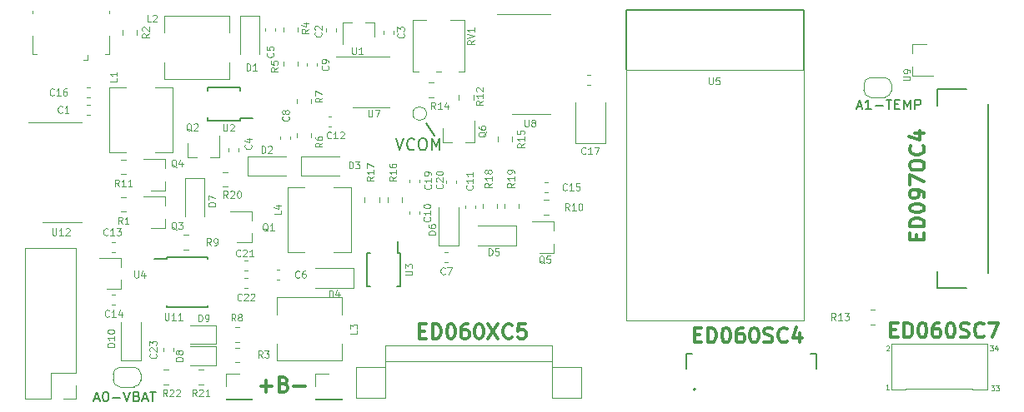
<source format=gbr>
G04 #@! TF.GenerationSoftware,KiCad,Pcbnew,(5.1.9)-1*
G04 #@! TF.CreationDate,2021-02-03T10:13:10+01:00*
G04 #@! TF.ProjectId,epaper-breakout,65706170-6572-42d6-9272-65616b6f7574,rev?*
G04 #@! TF.SameCoordinates,Original*
G04 #@! TF.FileFunction,Legend,Top*
G04 #@! TF.FilePolarity,Positive*
%FSLAX46Y46*%
G04 Gerber Fmt 4.6, Leading zero omitted, Abs format (unit mm)*
G04 Created by KiCad (PCBNEW (5.1.9)-1) date 2021-02-03 10:13:10*
%MOMM*%
%LPD*%
G01*
G04 APERTURE LIST*
%ADD10C,0.150000*%
%ADD11C,0.300000*%
%ADD12C,0.200000*%
%ADD13C,0.120000*%
%ADD14C,0.050000*%
%ADD15C,0.127000*%
%ADD16C,0.152400*%
%ADD17C,0.125000*%
G04 APERTURE END LIST*
D10*
X110299904Y-29376666D02*
X110776095Y-29376666D01*
X110204666Y-29662380D02*
X110538000Y-28662380D01*
X110871333Y-29662380D01*
X111728476Y-29662380D02*
X111157047Y-29662380D01*
X111442761Y-29662380D02*
X111442761Y-28662380D01*
X111347523Y-28805238D01*
X111252285Y-28900476D01*
X111157047Y-28948095D01*
X112157047Y-29281428D02*
X112918952Y-29281428D01*
X113252285Y-28662380D02*
X113823714Y-28662380D01*
X113538000Y-29662380D02*
X113538000Y-28662380D01*
X114157047Y-29138571D02*
X114490380Y-29138571D01*
X114633238Y-29662380D02*
X114157047Y-29662380D01*
X114157047Y-28662380D01*
X114633238Y-28662380D01*
X115061809Y-29662380D02*
X115061809Y-28662380D01*
X115395142Y-29376666D01*
X115728476Y-28662380D01*
X115728476Y-29662380D01*
X116204666Y-29662380D02*
X116204666Y-28662380D01*
X116585619Y-28662380D01*
X116680857Y-28710000D01*
X116728476Y-28757619D01*
X116776095Y-28852857D01*
X116776095Y-28995714D01*
X116728476Y-29090952D01*
X116680857Y-29138571D01*
X116585619Y-29186190D01*
X116204666Y-29186190D01*
X32869571Y-59094666D02*
X33345761Y-59094666D01*
X32774333Y-59380380D02*
X33107666Y-58380380D01*
X33441000Y-59380380D01*
X33964809Y-58380380D02*
X34060047Y-58380380D01*
X34155285Y-58428000D01*
X34202904Y-58475619D01*
X34250523Y-58570857D01*
X34298142Y-58761333D01*
X34298142Y-58999428D01*
X34250523Y-59189904D01*
X34202904Y-59285142D01*
X34155285Y-59332761D01*
X34060047Y-59380380D01*
X33964809Y-59380380D01*
X33869571Y-59332761D01*
X33821952Y-59285142D01*
X33774333Y-59189904D01*
X33726714Y-58999428D01*
X33726714Y-58761333D01*
X33774333Y-58570857D01*
X33821952Y-58475619D01*
X33869571Y-58428000D01*
X33964809Y-58380380D01*
X34726714Y-58999428D02*
X35488619Y-58999428D01*
X35821952Y-58380380D02*
X36155285Y-59380380D01*
X36488619Y-58380380D01*
X37155285Y-58856571D02*
X37298142Y-58904190D01*
X37345761Y-58951809D01*
X37393380Y-59047047D01*
X37393380Y-59189904D01*
X37345761Y-59285142D01*
X37298142Y-59332761D01*
X37202904Y-59380380D01*
X36821952Y-59380380D01*
X36821952Y-58380380D01*
X37155285Y-58380380D01*
X37250523Y-58428000D01*
X37298142Y-58475619D01*
X37345761Y-58570857D01*
X37345761Y-58666095D01*
X37298142Y-58761333D01*
X37250523Y-58808952D01*
X37155285Y-58856571D01*
X36821952Y-58856571D01*
X37774333Y-59094666D02*
X38250523Y-59094666D01*
X37679095Y-59380380D02*
X38012428Y-58380380D01*
X38345761Y-59380380D01*
X38536238Y-58380380D02*
X39107666Y-58380380D01*
X38821952Y-59380380D02*
X38821952Y-58380380D01*
D11*
X116351857Y-42929285D02*
X116351857Y-42429285D01*
X117137571Y-42215000D02*
X117137571Y-42929285D01*
X115637571Y-42929285D01*
X115637571Y-42215000D01*
X117137571Y-41572142D02*
X115637571Y-41572142D01*
X115637571Y-41215000D01*
X115709000Y-41000714D01*
X115851857Y-40857857D01*
X115994714Y-40786428D01*
X116280428Y-40715000D01*
X116494714Y-40715000D01*
X116780428Y-40786428D01*
X116923285Y-40857857D01*
X117066142Y-41000714D01*
X117137571Y-41215000D01*
X117137571Y-41572142D01*
X115637571Y-39786428D02*
X115637571Y-39643571D01*
X115709000Y-39500714D01*
X115780428Y-39429285D01*
X115923285Y-39357857D01*
X116209000Y-39286428D01*
X116566142Y-39286428D01*
X116851857Y-39357857D01*
X116994714Y-39429285D01*
X117066142Y-39500714D01*
X117137571Y-39643571D01*
X117137571Y-39786428D01*
X117066142Y-39929285D01*
X116994714Y-40000714D01*
X116851857Y-40072142D01*
X116566142Y-40143571D01*
X116209000Y-40143571D01*
X115923285Y-40072142D01*
X115780428Y-40000714D01*
X115709000Y-39929285D01*
X115637571Y-39786428D01*
X117137571Y-38572142D02*
X117137571Y-38286428D01*
X117066142Y-38143571D01*
X116994714Y-38072142D01*
X116780428Y-37929285D01*
X116494714Y-37857857D01*
X115923285Y-37857857D01*
X115780428Y-37929285D01*
X115709000Y-38000714D01*
X115637571Y-38143571D01*
X115637571Y-38429285D01*
X115709000Y-38572142D01*
X115780428Y-38643571D01*
X115923285Y-38715000D01*
X116280428Y-38715000D01*
X116423285Y-38643571D01*
X116494714Y-38572142D01*
X116566142Y-38429285D01*
X116566142Y-38143571D01*
X116494714Y-38000714D01*
X116423285Y-37929285D01*
X116280428Y-37857857D01*
X115637571Y-37357857D02*
X115637571Y-36357857D01*
X117137571Y-37000714D01*
X115637571Y-35500714D02*
X115637571Y-35215000D01*
X115709000Y-35072142D01*
X115851857Y-34929285D01*
X116137571Y-34857857D01*
X116637571Y-34857857D01*
X116923285Y-34929285D01*
X117066142Y-35072142D01*
X117137571Y-35215000D01*
X117137571Y-35500714D01*
X117066142Y-35643571D01*
X116923285Y-35786428D01*
X116637571Y-35857857D01*
X116137571Y-35857857D01*
X115851857Y-35786428D01*
X115709000Y-35643571D01*
X115637571Y-35500714D01*
X116994714Y-33357857D02*
X117066142Y-33429285D01*
X117137571Y-33643571D01*
X117137571Y-33786428D01*
X117066142Y-34000714D01*
X116923285Y-34143571D01*
X116780428Y-34215000D01*
X116494714Y-34286428D01*
X116280428Y-34286428D01*
X115994714Y-34215000D01*
X115851857Y-34143571D01*
X115709000Y-34000714D01*
X115637571Y-33786428D01*
X115637571Y-33643571D01*
X115709000Y-33429285D01*
X115780428Y-33357857D01*
X116137571Y-32072142D02*
X117137571Y-32072142D01*
X115566142Y-32429285D02*
X116637571Y-32786428D01*
X116637571Y-31857857D01*
X113733142Y-52089857D02*
X114233142Y-52089857D01*
X114447428Y-52875571D02*
X113733142Y-52875571D01*
X113733142Y-51375571D01*
X114447428Y-51375571D01*
X115090285Y-52875571D02*
X115090285Y-51375571D01*
X115447428Y-51375571D01*
X115661714Y-51447000D01*
X115804571Y-51589857D01*
X115876000Y-51732714D01*
X115947428Y-52018428D01*
X115947428Y-52232714D01*
X115876000Y-52518428D01*
X115804571Y-52661285D01*
X115661714Y-52804142D01*
X115447428Y-52875571D01*
X115090285Y-52875571D01*
X116876000Y-51375571D02*
X117018857Y-51375571D01*
X117161714Y-51447000D01*
X117233142Y-51518428D01*
X117304571Y-51661285D01*
X117376000Y-51947000D01*
X117376000Y-52304142D01*
X117304571Y-52589857D01*
X117233142Y-52732714D01*
X117161714Y-52804142D01*
X117018857Y-52875571D01*
X116876000Y-52875571D01*
X116733142Y-52804142D01*
X116661714Y-52732714D01*
X116590285Y-52589857D01*
X116518857Y-52304142D01*
X116518857Y-51947000D01*
X116590285Y-51661285D01*
X116661714Y-51518428D01*
X116733142Y-51447000D01*
X116876000Y-51375571D01*
X118661714Y-51375571D02*
X118376000Y-51375571D01*
X118233142Y-51447000D01*
X118161714Y-51518428D01*
X118018857Y-51732714D01*
X117947428Y-52018428D01*
X117947428Y-52589857D01*
X118018857Y-52732714D01*
X118090285Y-52804142D01*
X118233142Y-52875571D01*
X118518857Y-52875571D01*
X118661714Y-52804142D01*
X118733142Y-52732714D01*
X118804571Y-52589857D01*
X118804571Y-52232714D01*
X118733142Y-52089857D01*
X118661714Y-52018428D01*
X118518857Y-51947000D01*
X118233142Y-51947000D01*
X118090285Y-52018428D01*
X118018857Y-52089857D01*
X117947428Y-52232714D01*
X119733142Y-51375571D02*
X119876000Y-51375571D01*
X120018857Y-51447000D01*
X120090285Y-51518428D01*
X120161714Y-51661285D01*
X120233142Y-51947000D01*
X120233142Y-52304142D01*
X120161714Y-52589857D01*
X120090285Y-52732714D01*
X120018857Y-52804142D01*
X119876000Y-52875571D01*
X119733142Y-52875571D01*
X119590285Y-52804142D01*
X119518857Y-52732714D01*
X119447428Y-52589857D01*
X119376000Y-52304142D01*
X119376000Y-51947000D01*
X119447428Y-51661285D01*
X119518857Y-51518428D01*
X119590285Y-51447000D01*
X119733142Y-51375571D01*
X120804571Y-52804142D02*
X121018857Y-52875571D01*
X121376000Y-52875571D01*
X121518857Y-52804142D01*
X121590285Y-52732714D01*
X121661714Y-52589857D01*
X121661714Y-52447000D01*
X121590285Y-52304142D01*
X121518857Y-52232714D01*
X121376000Y-52161285D01*
X121090285Y-52089857D01*
X120947428Y-52018428D01*
X120876000Y-51947000D01*
X120804571Y-51804142D01*
X120804571Y-51661285D01*
X120876000Y-51518428D01*
X120947428Y-51447000D01*
X121090285Y-51375571D01*
X121447428Y-51375571D01*
X121661714Y-51447000D01*
X123161714Y-52732714D02*
X123090285Y-52804142D01*
X122876000Y-52875571D01*
X122733142Y-52875571D01*
X122518857Y-52804142D01*
X122376000Y-52661285D01*
X122304571Y-52518428D01*
X122233142Y-52232714D01*
X122233142Y-52018428D01*
X122304571Y-51732714D01*
X122376000Y-51589857D01*
X122518857Y-51447000D01*
X122733142Y-51375571D01*
X122876000Y-51375571D01*
X123090285Y-51447000D01*
X123161714Y-51518428D01*
X123661714Y-51375571D02*
X124661714Y-51375571D01*
X124018857Y-52875571D01*
X93794142Y-52597857D02*
X94294142Y-52597857D01*
X94508428Y-53383571D02*
X93794142Y-53383571D01*
X93794142Y-51883571D01*
X94508428Y-51883571D01*
X95151285Y-53383571D02*
X95151285Y-51883571D01*
X95508428Y-51883571D01*
X95722714Y-51955000D01*
X95865571Y-52097857D01*
X95937000Y-52240714D01*
X96008428Y-52526428D01*
X96008428Y-52740714D01*
X95937000Y-53026428D01*
X95865571Y-53169285D01*
X95722714Y-53312142D01*
X95508428Y-53383571D01*
X95151285Y-53383571D01*
X96937000Y-51883571D02*
X97079857Y-51883571D01*
X97222714Y-51955000D01*
X97294142Y-52026428D01*
X97365571Y-52169285D01*
X97437000Y-52455000D01*
X97437000Y-52812142D01*
X97365571Y-53097857D01*
X97294142Y-53240714D01*
X97222714Y-53312142D01*
X97079857Y-53383571D01*
X96937000Y-53383571D01*
X96794142Y-53312142D01*
X96722714Y-53240714D01*
X96651285Y-53097857D01*
X96579857Y-52812142D01*
X96579857Y-52455000D01*
X96651285Y-52169285D01*
X96722714Y-52026428D01*
X96794142Y-51955000D01*
X96937000Y-51883571D01*
X98722714Y-51883571D02*
X98437000Y-51883571D01*
X98294142Y-51955000D01*
X98222714Y-52026428D01*
X98079857Y-52240714D01*
X98008428Y-52526428D01*
X98008428Y-53097857D01*
X98079857Y-53240714D01*
X98151285Y-53312142D01*
X98294142Y-53383571D01*
X98579857Y-53383571D01*
X98722714Y-53312142D01*
X98794142Y-53240714D01*
X98865571Y-53097857D01*
X98865571Y-52740714D01*
X98794142Y-52597857D01*
X98722714Y-52526428D01*
X98579857Y-52455000D01*
X98294142Y-52455000D01*
X98151285Y-52526428D01*
X98079857Y-52597857D01*
X98008428Y-52740714D01*
X99794142Y-51883571D02*
X99937000Y-51883571D01*
X100079857Y-51955000D01*
X100151285Y-52026428D01*
X100222714Y-52169285D01*
X100294142Y-52455000D01*
X100294142Y-52812142D01*
X100222714Y-53097857D01*
X100151285Y-53240714D01*
X100079857Y-53312142D01*
X99937000Y-53383571D01*
X99794142Y-53383571D01*
X99651285Y-53312142D01*
X99579857Y-53240714D01*
X99508428Y-53097857D01*
X99437000Y-52812142D01*
X99437000Y-52455000D01*
X99508428Y-52169285D01*
X99579857Y-52026428D01*
X99651285Y-51955000D01*
X99794142Y-51883571D01*
X100865571Y-53312142D02*
X101079857Y-53383571D01*
X101437000Y-53383571D01*
X101579857Y-53312142D01*
X101651285Y-53240714D01*
X101722714Y-53097857D01*
X101722714Y-52955000D01*
X101651285Y-52812142D01*
X101579857Y-52740714D01*
X101437000Y-52669285D01*
X101151285Y-52597857D01*
X101008428Y-52526428D01*
X100937000Y-52455000D01*
X100865571Y-52312142D01*
X100865571Y-52169285D01*
X100937000Y-52026428D01*
X101008428Y-51955000D01*
X101151285Y-51883571D01*
X101508428Y-51883571D01*
X101722714Y-51955000D01*
X103222714Y-53240714D02*
X103151285Y-53312142D01*
X102937000Y-53383571D01*
X102794142Y-53383571D01*
X102579857Y-53312142D01*
X102437000Y-53169285D01*
X102365571Y-53026428D01*
X102294142Y-52740714D01*
X102294142Y-52526428D01*
X102365571Y-52240714D01*
X102437000Y-52097857D01*
X102579857Y-51955000D01*
X102794142Y-51883571D01*
X102937000Y-51883571D01*
X103151285Y-51955000D01*
X103222714Y-52026428D01*
X104508428Y-52383571D02*
X104508428Y-53383571D01*
X104151285Y-51812142D02*
X103794142Y-52883571D01*
X104722714Y-52883571D01*
X65854142Y-52216857D02*
X66354142Y-52216857D01*
X66568428Y-53002571D02*
X65854142Y-53002571D01*
X65854142Y-51502571D01*
X66568428Y-51502571D01*
X67211285Y-53002571D02*
X67211285Y-51502571D01*
X67568428Y-51502571D01*
X67782714Y-51574000D01*
X67925571Y-51716857D01*
X67997000Y-51859714D01*
X68068428Y-52145428D01*
X68068428Y-52359714D01*
X67997000Y-52645428D01*
X67925571Y-52788285D01*
X67782714Y-52931142D01*
X67568428Y-53002571D01*
X67211285Y-53002571D01*
X68997000Y-51502571D02*
X69139857Y-51502571D01*
X69282714Y-51574000D01*
X69354142Y-51645428D01*
X69425571Y-51788285D01*
X69497000Y-52074000D01*
X69497000Y-52431142D01*
X69425571Y-52716857D01*
X69354142Y-52859714D01*
X69282714Y-52931142D01*
X69139857Y-53002571D01*
X68997000Y-53002571D01*
X68854142Y-52931142D01*
X68782714Y-52859714D01*
X68711285Y-52716857D01*
X68639857Y-52431142D01*
X68639857Y-52074000D01*
X68711285Y-51788285D01*
X68782714Y-51645428D01*
X68854142Y-51574000D01*
X68997000Y-51502571D01*
X70782714Y-51502571D02*
X70497000Y-51502571D01*
X70354142Y-51574000D01*
X70282714Y-51645428D01*
X70139857Y-51859714D01*
X70068428Y-52145428D01*
X70068428Y-52716857D01*
X70139857Y-52859714D01*
X70211285Y-52931142D01*
X70354142Y-53002571D01*
X70639857Y-53002571D01*
X70782714Y-52931142D01*
X70854142Y-52859714D01*
X70925571Y-52716857D01*
X70925571Y-52359714D01*
X70854142Y-52216857D01*
X70782714Y-52145428D01*
X70639857Y-52074000D01*
X70354142Y-52074000D01*
X70211285Y-52145428D01*
X70139857Y-52216857D01*
X70068428Y-52359714D01*
X71854142Y-51502571D02*
X71997000Y-51502571D01*
X72139857Y-51574000D01*
X72211285Y-51645428D01*
X72282714Y-51788285D01*
X72354142Y-52074000D01*
X72354142Y-52431142D01*
X72282714Y-52716857D01*
X72211285Y-52859714D01*
X72139857Y-52931142D01*
X71997000Y-53002571D01*
X71854142Y-53002571D01*
X71711285Y-52931142D01*
X71639857Y-52859714D01*
X71568428Y-52716857D01*
X71497000Y-52431142D01*
X71497000Y-52074000D01*
X71568428Y-51788285D01*
X71639857Y-51645428D01*
X71711285Y-51574000D01*
X71854142Y-51502571D01*
X72854142Y-51502571D02*
X73854142Y-53002571D01*
X73854142Y-51502571D02*
X72854142Y-53002571D01*
X75282714Y-52859714D02*
X75211285Y-52931142D01*
X74997000Y-53002571D01*
X74854142Y-53002571D01*
X74639857Y-52931142D01*
X74497000Y-52788285D01*
X74425571Y-52645428D01*
X74354142Y-52359714D01*
X74354142Y-52145428D01*
X74425571Y-51859714D01*
X74497000Y-51716857D01*
X74639857Y-51574000D01*
X74854142Y-51502571D01*
X74997000Y-51502571D01*
X75211285Y-51574000D01*
X75282714Y-51645428D01*
X76639857Y-51502571D02*
X75925571Y-51502571D01*
X75854142Y-52216857D01*
X75925571Y-52145428D01*
X76068428Y-52074000D01*
X76425571Y-52074000D01*
X76568428Y-52145428D01*
X76639857Y-52216857D01*
X76711285Y-52359714D01*
X76711285Y-52716857D01*
X76639857Y-52859714D01*
X76568428Y-52931142D01*
X76425571Y-53002571D01*
X76068428Y-53002571D01*
X75925571Y-52931142D01*
X75854142Y-52859714D01*
X49756500Y-57828642D02*
X50899357Y-57828642D01*
X50327928Y-58400071D02*
X50327928Y-57257214D01*
X52113642Y-57614357D02*
X52327928Y-57685785D01*
X52399357Y-57757214D01*
X52470785Y-57900071D01*
X52470785Y-58114357D01*
X52399357Y-58257214D01*
X52327928Y-58328642D01*
X52185071Y-58400071D01*
X51613642Y-58400071D01*
X51613642Y-56900071D01*
X52113642Y-56900071D01*
X52256500Y-56971500D01*
X52327928Y-57042928D01*
X52399357Y-57185785D01*
X52399357Y-57328642D01*
X52327928Y-57471500D01*
X52256500Y-57542928D01*
X52113642Y-57614357D01*
X51613642Y-57614357D01*
X53113642Y-57828642D02*
X54256500Y-57828642D01*
D10*
X67374550Y-32345950D02*
X66523650Y-31037850D01*
D12*
X63471714Y-32616857D02*
X63871714Y-33816857D01*
X64271714Y-32616857D01*
X65357428Y-33702571D02*
X65300285Y-33759714D01*
X65128857Y-33816857D01*
X65014571Y-33816857D01*
X64843142Y-33759714D01*
X64728857Y-33645428D01*
X64671714Y-33531142D01*
X64614571Y-33302571D01*
X64614571Y-33131142D01*
X64671714Y-32902571D01*
X64728857Y-32788285D01*
X64843142Y-32674000D01*
X65014571Y-32616857D01*
X65128857Y-32616857D01*
X65300285Y-32674000D01*
X65357428Y-32731142D01*
X66100285Y-32616857D02*
X66328857Y-32616857D01*
X66443142Y-32674000D01*
X66557428Y-32788285D01*
X66614571Y-33016857D01*
X66614571Y-33416857D01*
X66557428Y-33645428D01*
X66443142Y-33759714D01*
X66328857Y-33816857D01*
X66100285Y-33816857D01*
X65986000Y-33759714D01*
X65871714Y-33645428D01*
X65814571Y-33416857D01*
X65814571Y-33016857D01*
X65871714Y-32788285D01*
X65986000Y-32674000D01*
X66100285Y-32616857D01*
X67128857Y-33816857D02*
X67128857Y-32616857D01*
X67528857Y-33474000D01*
X67928857Y-32616857D01*
X67928857Y-33816857D01*
D13*
X34363000Y-24065000D02*
X33913000Y-24065000D01*
X34363000Y-22215000D02*
X34363000Y-24065000D01*
X26563000Y-19665000D02*
X26563000Y-19915000D01*
X34363000Y-19665000D02*
X34363000Y-19915000D01*
X26563000Y-22215000D02*
X26563000Y-24065000D01*
X26563000Y-24065000D02*
X27013000Y-24065000D01*
X32163000Y-24615600D02*
X31713000Y-24615600D01*
X32163000Y-24615600D02*
X32163000Y-24165600D01*
D10*
X104917000Y-19596000D02*
X86883000Y-19596000D01*
X104917000Y-25565000D02*
X104917000Y-19596000D01*
X86883000Y-25565000D02*
X86883000Y-19596000D01*
D14*
X86900000Y-51150000D02*
X86900000Y-25620000D01*
X86900000Y-25620000D02*
X104900000Y-25620000D01*
X104900000Y-25620000D02*
X104900000Y-51150000D01*
X104900000Y-51150000D02*
X86900000Y-51150000D01*
D12*
X93892600Y-58154600D02*
G75*
G03*
X93892600Y-58154600I-100000J0D01*
G01*
D15*
X106142600Y-54504600D02*
X105542600Y-54504600D01*
X106142600Y-56054600D02*
X106142600Y-54504600D01*
X92942600Y-54504600D02*
X93542600Y-54504600D01*
X92942600Y-56054600D02*
X92942600Y-54504600D01*
D13*
X59209500Y-47799500D02*
X59209500Y-45799500D01*
X59209500Y-45799500D02*
X55309500Y-45799500D01*
X59209500Y-47799500D02*
X55309500Y-47799500D01*
X57189500Y-37594000D02*
X58889500Y-37594000D01*
X58889500Y-37594000D02*
X58889500Y-44194000D01*
X58889500Y-44194000D02*
X57189500Y-44194000D01*
X54189500Y-44194000D02*
X52489500Y-44194000D01*
X52489500Y-44194000D02*
X52489500Y-37594000D01*
X52489500Y-37594000D02*
X54189500Y-37594000D01*
X55312000Y-59178500D02*
X57972000Y-59178500D01*
X55312000Y-59118500D02*
X55312000Y-59178500D01*
X57972000Y-59118500D02*
X57972000Y-59178500D01*
X55312000Y-59118500D02*
X57972000Y-59118500D01*
X55312000Y-57848500D02*
X55312000Y-56518500D01*
X55312000Y-56518500D02*
X56642000Y-56518500D01*
X46231500Y-59178500D02*
X48891500Y-59178500D01*
X46231500Y-59118500D02*
X46231500Y-59178500D01*
X48891500Y-59118500D02*
X48891500Y-59178500D01*
X46231500Y-59118500D02*
X48891500Y-59118500D01*
X46231500Y-57848500D02*
X46231500Y-56518500D01*
X46231500Y-56518500D02*
X47561500Y-56518500D01*
X39876000Y-53961420D02*
X39876000Y-54242580D01*
X40896000Y-53961420D02*
X40896000Y-54242580D01*
X40359064Y-57631000D02*
X39904936Y-57631000D01*
X40359064Y-56161000D02*
X39904936Y-56161000D01*
X43915064Y-57631000D02*
X43460936Y-57631000D01*
X43915064Y-56161000D02*
X43460936Y-56161000D01*
X113795000Y-27132000D02*
X113795000Y-27732000D01*
X111695000Y-26432000D02*
X113095000Y-26432000D01*
X110995000Y-27732000D02*
X110995000Y-27132000D01*
X113095000Y-28432000D02*
X111695000Y-28432000D01*
X113795000Y-27732000D02*
G75*
G02*
X113095000Y-28432000I-700000J0D01*
G01*
X113095000Y-26432000D02*
G75*
G02*
X113795000Y-27132000I0J-700000D01*
G01*
X110995000Y-27132000D02*
G75*
G02*
X111695000Y-26432000I700000J0D01*
G01*
X111695000Y-28432000D02*
G75*
G02*
X110995000Y-27732000I0J700000D01*
G01*
X34780000Y-57196000D02*
X34780000Y-56596000D01*
X36880000Y-57896000D02*
X35480000Y-57896000D01*
X37580000Y-56596000D02*
X37580000Y-57196000D01*
X35480000Y-55896000D02*
X36880000Y-55896000D01*
X34780000Y-56596000D02*
G75*
G02*
X35480000Y-55896000I700000J0D01*
G01*
X35480000Y-57896000D02*
G75*
G02*
X34780000Y-57196000I0J700000D01*
G01*
X37580000Y-57196000D02*
G75*
G02*
X36880000Y-57896000I-700000J0D01*
G01*
X36880000Y-55896000D02*
G75*
G02*
X37580000Y-56596000I0J-700000D01*
G01*
X35576000Y-55209000D02*
X37576000Y-55209000D01*
X37576000Y-55209000D02*
X37576000Y-51309000D01*
X35576000Y-55209000D02*
X35576000Y-51309000D01*
X81738500Y-28920500D02*
X81738500Y-33130500D01*
X81738500Y-33130500D02*
X84758500Y-33130500D01*
X84758500Y-33130500D02*
X84758500Y-28920500D01*
X34951580Y-49532000D02*
X34670420Y-49532000D01*
X34951580Y-48512000D02*
X34670420Y-48512000D01*
X34938580Y-44198000D02*
X34657420Y-44198000D01*
X34938580Y-43178000D02*
X34657420Y-43178000D01*
X29591000Y-41128000D02*
X31541000Y-41128000D01*
X29591000Y-41128000D02*
X27641000Y-41128000D01*
X29591000Y-31008000D02*
X31541000Y-31008000D01*
X29591000Y-31008000D02*
X26141000Y-31008000D01*
X35558000Y-47935000D02*
X35558000Y-47005000D01*
X35558000Y-44775000D02*
X35558000Y-45705000D01*
X35558000Y-44775000D02*
X33398000Y-44775000D01*
X35558000Y-47935000D02*
X34098000Y-47935000D01*
X31022600Y-43755000D02*
X25822600Y-43755000D01*
X31022600Y-56515000D02*
X31022600Y-43755000D01*
X25822600Y-59115000D02*
X25822600Y-43755000D01*
X31022600Y-56515000D02*
X28422600Y-56515000D01*
X28422600Y-56515000D02*
X28422600Y-59115000D01*
X28422600Y-59115000D02*
X25822600Y-59115000D01*
X31022600Y-57785000D02*
X31022600Y-59115000D01*
X31022600Y-59115000D02*
X29692600Y-59115000D01*
X44053000Y-36675500D02*
X42053000Y-36675500D01*
X42053000Y-36675500D02*
X42053000Y-40575500D01*
X44053000Y-36675500D02*
X44053000Y-40575500D01*
D10*
X40216000Y-44669000D02*
X40216000Y-44869000D01*
X44366000Y-44669000D02*
X44366000Y-44869000D01*
X44366000Y-49819000D02*
X44366000Y-49619000D01*
X40216000Y-49819000D02*
X40216000Y-49619000D01*
X40216000Y-44669000D02*
X44366000Y-44669000D01*
X40216000Y-49819000D02*
X44366000Y-49819000D01*
X40216000Y-44869000D02*
X38916000Y-44869000D01*
D13*
X42391064Y-43915000D02*
X41936936Y-43915000D01*
X42391064Y-42445000D02*
X41936936Y-42445000D01*
X47598064Y-53313000D02*
X47143936Y-53313000D01*
X47598064Y-51843000D02*
X47143936Y-51843000D01*
X47574564Y-55408500D02*
X47120436Y-55408500D01*
X47574564Y-53938500D02*
X47120436Y-53938500D01*
X37184000Y-21616936D02*
X37184000Y-22071064D01*
X35714000Y-21616936D02*
X35714000Y-22071064D01*
X48829500Y-43172500D02*
X48829500Y-42242500D01*
X48829500Y-40012500D02*
X48829500Y-40942500D01*
X48829500Y-40012500D02*
X46669500Y-40012500D01*
X48829500Y-43172500D02*
X47369500Y-43172500D01*
X42561000Y-53538000D02*
X45246000Y-53538000D01*
X45246000Y-53538000D02*
X45246000Y-51618000D01*
X45246000Y-51618000D02*
X42561000Y-51618000D01*
X42561000Y-55697000D02*
X45246000Y-55697000D01*
X45246000Y-55697000D02*
X45246000Y-53777000D01*
X45246000Y-53777000D02*
X42561000Y-53777000D01*
X48400580Y-47881000D02*
X48119420Y-47881000D01*
X48400580Y-46861000D02*
X48119420Y-46861000D01*
X48119420Y-45083000D02*
X48400580Y-45083000D01*
X48119420Y-46103000D02*
X48400580Y-46103000D01*
X48423000Y-34433000D02*
X48423000Y-36433000D01*
X48423000Y-36433000D02*
X52323000Y-36433000D01*
X48423000Y-34433000D02*
X52323000Y-34433000D01*
D16*
X118461300Y-46187139D02*
X118461300Y-47849300D01*
X121417860Y-27605500D02*
X118461300Y-27605500D01*
X123617500Y-46328509D02*
X123617500Y-29126291D01*
X118461300Y-47849300D02*
X121417860Y-47849300D01*
X118461300Y-27605500D02*
X118461300Y-29267658D01*
D13*
X115243400Y-58145600D02*
X115243400Y-58085600D01*
X122043400Y-58145600D02*
X122043400Y-58085600D01*
X113783400Y-58145600D02*
X115243400Y-58145600D01*
X123503400Y-58145600D02*
X122043400Y-58145600D01*
X113783400Y-56585600D02*
X113783400Y-58145600D01*
X123503400Y-56585600D02*
X123503400Y-58145600D01*
X122043400Y-58085600D02*
X115243400Y-58085600D01*
X113783400Y-56585600D02*
X113783400Y-53479600D01*
X113783400Y-53479600D02*
X115243400Y-53479600D01*
X115243400Y-53539600D02*
X122043400Y-53539600D01*
X122043400Y-53479600D02*
X122043400Y-53539600D01*
X123503400Y-53479600D02*
X122043400Y-53479600D01*
X123503400Y-56585600D02*
X123503400Y-53479600D01*
X115243400Y-53479600D02*
X115243400Y-53539600D01*
X68270000Y-33018000D02*
X69200000Y-33018000D01*
X71430000Y-33018000D02*
X70500000Y-33018000D01*
X71430000Y-33018000D02*
X71430000Y-30858000D01*
X68270000Y-33018000D02*
X68270000Y-31558000D01*
X46368064Y-37501500D02*
X45913936Y-37501500D01*
X46368064Y-36031500D02*
X45913936Y-36031500D01*
X69877000Y-28675064D02*
X69877000Y-28220936D01*
X71347000Y-28675064D02*
X71347000Y-28220936D01*
X79500000Y-44252000D02*
X79500000Y-43322000D01*
X79500000Y-41092000D02*
X79500000Y-42022000D01*
X79500000Y-41092000D02*
X77340000Y-41092000D01*
X79500000Y-44252000D02*
X78040000Y-44252000D01*
X42362000Y-34542000D02*
X43292000Y-34542000D01*
X45522000Y-34542000D02*
X44592000Y-34542000D01*
X45522000Y-34542000D02*
X45522000Y-32382000D01*
X42362000Y-34542000D02*
X42362000Y-33082000D01*
X60960000Y-29463200D02*
X62840000Y-29463200D01*
X60960000Y-29463200D02*
X59080000Y-29463200D01*
X60960000Y-24283200D02*
X62840000Y-24283200D01*
X60960000Y-24283200D02*
X57435000Y-24283200D01*
X79366000Y-55843000D02*
X79366000Y-53653000D01*
X62366000Y-55843000D02*
X62366000Y-53653000D01*
X82276000Y-55843000D02*
X79366000Y-55843000D01*
X59456000Y-55843000D02*
X62366000Y-55843000D01*
X82276000Y-59003000D02*
X82276000Y-55843000D01*
X59456000Y-59003000D02*
X59456000Y-55843000D01*
X79366000Y-59003000D02*
X82276000Y-59003000D01*
X62366000Y-59003000D02*
X59456000Y-59003000D01*
X79366000Y-55313000D02*
X79366000Y-59003000D01*
X62366000Y-55313000D02*
X62366000Y-59003000D01*
X62366000Y-55313000D02*
X79366000Y-55313000D01*
X62366000Y-53653000D02*
X79366000Y-53653000D01*
X36041064Y-36269600D02*
X35586936Y-36269600D01*
X36041064Y-34799600D02*
X35586936Y-34799600D01*
X36041064Y-40079600D02*
X35586936Y-40079600D01*
X36041064Y-38609600D02*
X35586936Y-38609600D01*
X40028400Y-37902000D02*
X40028400Y-36972000D01*
X40028400Y-34742000D02*
X40028400Y-35672000D01*
X40028400Y-34742000D02*
X37868400Y-34742000D01*
X40028400Y-37902000D02*
X38568400Y-37902000D01*
X40028400Y-41712000D02*
X40028400Y-40782000D01*
X40028400Y-38552000D02*
X40028400Y-39482000D01*
X40028400Y-38552000D02*
X37868400Y-38552000D01*
X40028400Y-41712000D02*
X38568400Y-41712000D01*
X32117420Y-29208000D02*
X32398580Y-29208000D01*
X32117420Y-30228000D02*
X32398580Y-30228000D01*
X66828936Y-26951000D02*
X67283064Y-26951000D01*
X66828936Y-28421000D02*
X67283064Y-28421000D01*
X66600000Y-30100000D02*
G75*
G03*
X66600000Y-30100000I-700000J0D01*
G01*
D10*
X63905000Y-44299000D02*
X63680000Y-44299000D01*
X63905000Y-47649000D02*
X63605000Y-47649000D01*
X60555000Y-47649000D02*
X60855000Y-47649000D01*
X60555000Y-44299000D02*
X60855000Y-44299000D01*
X63905000Y-44299000D02*
X63905000Y-47649000D01*
X60555000Y-44299000D02*
X60555000Y-47649000D01*
X63680000Y-44299000D02*
X63680000Y-43074000D01*
D13*
X61270000Y-20830000D02*
X60340000Y-20830000D01*
X58110000Y-20830000D02*
X59040000Y-20830000D01*
X58110000Y-20830000D02*
X58110000Y-22990000D01*
X61270000Y-20830000D02*
X61270000Y-22290000D01*
X74499800Y-39730264D02*
X74499800Y-39276136D01*
X75969800Y-39730264D02*
X75969800Y-39276136D01*
X73769800Y-39276136D02*
X73769800Y-39730264D01*
X72299800Y-39276136D02*
X72299800Y-39730264D01*
X60314700Y-39081364D02*
X60314700Y-38627236D01*
X61784700Y-39081364D02*
X61784700Y-38627236D01*
X64084700Y-38627236D02*
X64084700Y-39081364D01*
X62614700Y-38627236D02*
X62614700Y-39081364D01*
X51373500Y-50506500D02*
X51373500Y-48806500D01*
X51373500Y-48806500D02*
X57973500Y-48806500D01*
X57973500Y-48806500D02*
X57973500Y-50506500D01*
X57973500Y-53506500D02*
X57973500Y-55206500D01*
X57973500Y-55206500D02*
X51373500Y-55206500D01*
X51373500Y-55206500D02*
X51373500Y-53506500D01*
X67834800Y-43553200D02*
X69834800Y-43553200D01*
X69834800Y-43553200D02*
X69834800Y-39653200D01*
X67834800Y-43553200D02*
X67834800Y-39653200D01*
X75684800Y-43503200D02*
X75684800Y-41503200D01*
X75684800Y-41503200D02*
X71784800Y-41503200D01*
X75684800Y-43503200D02*
X71784800Y-43503200D01*
X69598000Y-36930420D02*
X69598000Y-37211580D01*
X68578000Y-36930420D02*
X68578000Y-37211580D01*
X65851500Y-36816420D02*
X65851500Y-37097580D01*
X64831500Y-36816420D02*
X64831500Y-37097580D01*
X70524800Y-39743780D02*
X70524800Y-39462620D01*
X71544800Y-39743780D02*
X71544800Y-39462620D01*
X64831500Y-40336080D02*
X64831500Y-40054920D01*
X65851500Y-40336080D02*
X65851500Y-40054920D01*
X68720580Y-45214000D02*
X68439420Y-45214000D01*
X68720580Y-44194000D02*
X68439420Y-44194000D01*
X51639080Y-46992000D02*
X51357920Y-46992000D01*
X51639080Y-45972000D02*
X51357920Y-45972000D01*
X115889500Y-23058000D02*
X115889500Y-23988000D01*
X115889500Y-26218000D02*
X115889500Y-25288000D01*
X115889500Y-26218000D02*
X118049500Y-26218000D01*
X115889500Y-23058000D02*
X117349500Y-23058000D01*
X77216000Y-30129800D02*
X79166000Y-30129800D01*
X77216000Y-30129800D02*
X75266000Y-30129800D01*
X77216000Y-20009800D02*
X79166000Y-20009800D01*
X77216000Y-20009800D02*
X73766000Y-20009800D01*
D10*
X47708200Y-30791800D02*
X47708200Y-30566800D01*
X44358200Y-30791800D02*
X44358200Y-30491800D01*
X44358200Y-27441800D02*
X44358200Y-27741800D01*
X47708200Y-27441800D02*
X47708200Y-27741800D01*
X47708200Y-30791800D02*
X44358200Y-30791800D01*
X47708200Y-27441800D02*
X44358200Y-27441800D01*
X47708200Y-30566800D02*
X48933200Y-30566800D01*
D13*
X70420000Y-20580000D02*
X70420000Y-25820000D01*
X65180000Y-20580000D02*
X65180000Y-25820000D01*
X70420000Y-20580000D02*
X69040000Y-20580000D01*
X66560000Y-20580000D02*
X65180000Y-20580000D01*
X70420000Y-25820000D02*
X69839000Y-25820000D01*
X68060000Y-25820000D02*
X67540000Y-25820000D01*
X65760000Y-25820000D02*
X65180000Y-25820000D01*
X75284000Y-32451936D02*
X75284000Y-32906064D01*
X73814000Y-32451936D02*
X73814000Y-32906064D01*
X112114064Y-50065000D02*
X111659936Y-50065000D01*
X112114064Y-51535000D02*
X111659936Y-51535000D01*
X78967064Y-40359000D02*
X78512936Y-40359000D01*
X78967064Y-38889000D02*
X78512936Y-38889000D01*
X53400800Y-29039064D02*
X53400800Y-28584936D01*
X54870800Y-29039064D02*
X54870800Y-28584936D01*
X53400800Y-32546564D02*
X53400800Y-32092436D01*
X54870800Y-32546564D02*
X54870800Y-32092436D01*
X53537300Y-24813036D02*
X53537300Y-25267164D01*
X52067300Y-24813036D02*
X52067300Y-25267164D01*
X53537300Y-21320536D02*
X53537300Y-21774664D01*
X52067300Y-21320536D02*
X52067300Y-21774664D01*
X40007000Y-21868000D02*
X40007000Y-20168000D01*
X40007000Y-20168000D02*
X46607000Y-20168000D01*
X46607000Y-20168000D02*
X46607000Y-21868000D01*
X46607000Y-24868000D02*
X46607000Y-26568000D01*
X46607000Y-26568000D02*
X40007000Y-26568000D01*
X40007000Y-26568000D02*
X40007000Y-24868000D01*
X39075000Y-27417000D02*
X40775000Y-27417000D01*
X40775000Y-27417000D02*
X40775000Y-34017000D01*
X40775000Y-34017000D02*
X39075000Y-34017000D01*
X36075000Y-34017000D02*
X34375000Y-34017000D01*
X34375000Y-34017000D02*
X34375000Y-27417000D01*
X34375000Y-27417000D02*
X36075000Y-27417000D01*
X53884000Y-34433000D02*
X53884000Y-36433000D01*
X53884000Y-36433000D02*
X57784000Y-36433000D01*
X53884000Y-34433000D02*
X57784000Y-34433000D01*
X49641000Y-20165500D02*
X47641000Y-20165500D01*
X47641000Y-20165500D02*
X47641000Y-24065500D01*
X49641000Y-20165500D02*
X49641000Y-24065500D01*
X83198580Y-27180000D02*
X82917420Y-27180000D01*
X83198580Y-26160000D02*
X82917420Y-26160000D01*
X78599420Y-37082000D02*
X78880580Y-37082000D01*
X78599420Y-38102000D02*
X78880580Y-38102000D01*
X56921380Y-31441200D02*
X56640220Y-31441200D01*
X56921380Y-30421200D02*
X56640220Y-30421200D01*
X54417500Y-25223080D02*
X54417500Y-24941920D01*
X55437500Y-25223080D02*
X55437500Y-24941920D01*
X52740800Y-32430620D02*
X52740800Y-32711780D01*
X51720800Y-32430620D02*
X51720800Y-32711780D01*
X50196800Y-21688180D02*
X50196800Y-21407020D01*
X51216800Y-21688180D02*
X51216800Y-21407020D01*
X46480000Y-33922580D02*
X46480000Y-33641420D01*
X47500000Y-33922580D02*
X47500000Y-33641420D01*
X63248000Y-21703420D02*
X63248000Y-21984580D01*
X62228000Y-21703420D02*
X62228000Y-21984580D01*
X56386000Y-21730580D02*
X56386000Y-21449420D01*
X57406000Y-21730580D02*
X57406000Y-21449420D01*
X32398580Y-28450000D02*
X32117420Y-28450000D01*
X32398580Y-27430000D02*
X32117420Y-27430000D01*
X95266666Y-26436666D02*
X95266666Y-27003333D01*
X95300000Y-27070000D01*
X95333333Y-27103333D01*
X95400000Y-27136666D01*
X95533333Y-27136666D01*
X95600000Y-27103333D01*
X95633333Y-27070000D01*
X95666666Y-27003333D01*
X95666666Y-26436666D01*
X96333333Y-26436666D02*
X96000000Y-26436666D01*
X95966666Y-26770000D01*
X96000000Y-26736666D01*
X96066666Y-26703333D01*
X96233333Y-26703333D01*
X96300000Y-26736666D01*
X96333333Y-26770000D01*
X96366666Y-26836666D01*
X96366666Y-27003333D01*
X96333333Y-27070000D01*
X96300000Y-27103333D01*
X96233333Y-27136666D01*
X96066666Y-27136666D01*
X96000000Y-27103333D01*
X95966666Y-27070000D01*
X56696833Y-48767166D02*
X56696833Y-48067166D01*
X56863500Y-48067166D01*
X56963500Y-48100500D01*
X57030166Y-48167166D01*
X57063500Y-48233833D01*
X57096833Y-48367166D01*
X57096833Y-48467166D01*
X57063500Y-48600500D01*
X57030166Y-48667166D01*
X56963500Y-48733833D01*
X56863500Y-48767166D01*
X56696833Y-48767166D01*
X57696833Y-48300500D02*
X57696833Y-48767166D01*
X57530166Y-48033833D02*
X57363500Y-48533833D01*
X57796833Y-48533833D01*
X51815166Y-39994666D02*
X51815166Y-40328000D01*
X51115166Y-40328000D01*
X51348500Y-39461333D02*
X51815166Y-39461333D01*
X51081833Y-39628000D02*
X51581833Y-39794666D01*
X51581833Y-39361333D01*
X39112000Y-54552000D02*
X39145333Y-54585333D01*
X39178666Y-54685333D01*
X39178666Y-54752000D01*
X39145333Y-54852000D01*
X39078666Y-54918666D01*
X39012000Y-54952000D01*
X38878666Y-54985333D01*
X38778666Y-54985333D01*
X38645333Y-54952000D01*
X38578666Y-54918666D01*
X38512000Y-54852000D01*
X38478666Y-54752000D01*
X38478666Y-54685333D01*
X38512000Y-54585333D01*
X38545333Y-54552000D01*
X38545333Y-54285333D02*
X38512000Y-54252000D01*
X38478666Y-54185333D01*
X38478666Y-54018666D01*
X38512000Y-53952000D01*
X38545333Y-53918666D01*
X38612000Y-53885333D01*
X38678666Y-53885333D01*
X38778666Y-53918666D01*
X39178666Y-54318666D01*
X39178666Y-53885333D01*
X38478666Y-53652000D02*
X38478666Y-53218666D01*
X38745333Y-53452000D01*
X38745333Y-53352000D01*
X38778666Y-53285333D01*
X38812000Y-53252000D01*
X38878666Y-53218666D01*
X39045333Y-53218666D01*
X39112000Y-53252000D01*
X39145333Y-53285333D01*
X39178666Y-53352000D01*
X39178666Y-53552000D01*
X39145333Y-53618666D01*
X39112000Y-53652000D01*
X40253500Y-58863666D02*
X40020166Y-58530333D01*
X39853500Y-58863666D02*
X39853500Y-58163666D01*
X40120166Y-58163666D01*
X40186833Y-58197000D01*
X40220166Y-58230333D01*
X40253500Y-58297000D01*
X40253500Y-58397000D01*
X40220166Y-58463666D01*
X40186833Y-58497000D01*
X40120166Y-58530333D01*
X39853500Y-58530333D01*
X40520166Y-58230333D02*
X40553500Y-58197000D01*
X40620166Y-58163666D01*
X40786833Y-58163666D01*
X40853500Y-58197000D01*
X40886833Y-58230333D01*
X40920166Y-58297000D01*
X40920166Y-58363666D01*
X40886833Y-58463666D01*
X40486833Y-58863666D01*
X40920166Y-58863666D01*
X41186833Y-58230333D02*
X41220166Y-58197000D01*
X41286833Y-58163666D01*
X41453500Y-58163666D01*
X41520166Y-58197000D01*
X41553500Y-58230333D01*
X41586833Y-58297000D01*
X41586833Y-58363666D01*
X41553500Y-58463666D01*
X41153500Y-58863666D01*
X41586833Y-58863666D01*
X43238000Y-58862666D02*
X43004666Y-58529333D01*
X42838000Y-58862666D02*
X42838000Y-58162666D01*
X43104666Y-58162666D01*
X43171333Y-58196000D01*
X43204666Y-58229333D01*
X43238000Y-58296000D01*
X43238000Y-58396000D01*
X43204666Y-58462666D01*
X43171333Y-58496000D01*
X43104666Y-58529333D01*
X42838000Y-58529333D01*
X43504666Y-58229333D02*
X43538000Y-58196000D01*
X43604666Y-58162666D01*
X43771333Y-58162666D01*
X43838000Y-58196000D01*
X43871333Y-58229333D01*
X43904666Y-58296000D01*
X43904666Y-58362666D01*
X43871333Y-58462666D01*
X43471333Y-58862666D01*
X43904666Y-58862666D01*
X44571333Y-58862666D02*
X44171333Y-58862666D01*
X44371333Y-58862666D02*
X44371333Y-58162666D01*
X44304666Y-58262666D01*
X44238000Y-58329333D01*
X44171333Y-58362666D01*
X34892666Y-53809000D02*
X34192666Y-53809000D01*
X34192666Y-53642333D01*
X34226000Y-53542333D01*
X34292666Y-53475666D01*
X34359333Y-53442333D01*
X34492666Y-53409000D01*
X34592666Y-53409000D01*
X34726000Y-53442333D01*
X34792666Y-53475666D01*
X34859333Y-53542333D01*
X34892666Y-53642333D01*
X34892666Y-53809000D01*
X34892666Y-52742333D02*
X34892666Y-53142333D01*
X34892666Y-52942333D02*
X34192666Y-52942333D01*
X34292666Y-53009000D01*
X34359333Y-53075666D01*
X34392666Y-53142333D01*
X34192666Y-52309000D02*
X34192666Y-52242333D01*
X34226000Y-52175666D01*
X34259333Y-52142333D01*
X34326000Y-52109000D01*
X34459333Y-52075666D01*
X34626000Y-52075666D01*
X34759333Y-52109000D01*
X34826000Y-52142333D01*
X34859333Y-52175666D01*
X34892666Y-52242333D01*
X34892666Y-52309000D01*
X34859333Y-52375666D01*
X34826000Y-52409000D01*
X34759333Y-52442333D01*
X34626000Y-52475666D01*
X34459333Y-52475666D01*
X34326000Y-52442333D01*
X34259333Y-52409000D01*
X34226000Y-52375666D01*
X34192666Y-52309000D01*
X82735000Y-34159000D02*
X82701666Y-34192333D01*
X82601666Y-34225666D01*
X82535000Y-34225666D01*
X82435000Y-34192333D01*
X82368333Y-34125666D01*
X82335000Y-34059000D01*
X82301666Y-33925666D01*
X82301666Y-33825666D01*
X82335000Y-33692333D01*
X82368333Y-33625666D01*
X82435000Y-33559000D01*
X82535000Y-33525666D01*
X82601666Y-33525666D01*
X82701666Y-33559000D01*
X82735000Y-33592333D01*
X83401666Y-34225666D02*
X83001666Y-34225666D01*
X83201666Y-34225666D02*
X83201666Y-33525666D01*
X83135000Y-33625666D01*
X83068333Y-33692333D01*
X83001666Y-33725666D01*
X83635000Y-33525666D02*
X84101666Y-33525666D01*
X83801666Y-34225666D01*
X34361000Y-50702000D02*
X34327666Y-50735333D01*
X34227666Y-50768666D01*
X34161000Y-50768666D01*
X34061000Y-50735333D01*
X33994333Y-50668666D01*
X33961000Y-50602000D01*
X33927666Y-50468666D01*
X33927666Y-50368666D01*
X33961000Y-50235333D01*
X33994333Y-50168666D01*
X34061000Y-50102000D01*
X34161000Y-50068666D01*
X34227666Y-50068666D01*
X34327666Y-50102000D01*
X34361000Y-50135333D01*
X35027666Y-50768666D02*
X34627666Y-50768666D01*
X34827666Y-50768666D02*
X34827666Y-50068666D01*
X34761000Y-50168666D01*
X34694333Y-50235333D01*
X34627666Y-50268666D01*
X35627666Y-50302000D02*
X35627666Y-50768666D01*
X35461000Y-50035333D02*
X35294333Y-50535333D01*
X35727666Y-50535333D01*
X34221000Y-42414000D02*
X34187666Y-42447333D01*
X34087666Y-42480666D01*
X34021000Y-42480666D01*
X33921000Y-42447333D01*
X33854333Y-42380666D01*
X33821000Y-42314000D01*
X33787666Y-42180666D01*
X33787666Y-42080666D01*
X33821000Y-41947333D01*
X33854333Y-41880666D01*
X33921000Y-41814000D01*
X34021000Y-41780666D01*
X34087666Y-41780666D01*
X34187666Y-41814000D01*
X34221000Y-41847333D01*
X34887666Y-42480666D02*
X34487666Y-42480666D01*
X34687666Y-42480666D02*
X34687666Y-41780666D01*
X34621000Y-41880666D01*
X34554333Y-41947333D01*
X34487666Y-41980666D01*
X35121000Y-41780666D02*
X35554333Y-41780666D01*
X35321000Y-42047333D01*
X35421000Y-42047333D01*
X35487666Y-42080666D01*
X35521000Y-42114000D01*
X35554333Y-42180666D01*
X35554333Y-42347333D01*
X35521000Y-42414000D01*
X35487666Y-42447333D01*
X35421000Y-42480666D01*
X35221000Y-42480666D01*
X35154333Y-42447333D01*
X35121000Y-42414000D01*
X28597333Y-41780666D02*
X28597333Y-42347333D01*
X28630666Y-42414000D01*
X28664000Y-42447333D01*
X28730666Y-42480666D01*
X28864000Y-42480666D01*
X28930666Y-42447333D01*
X28964000Y-42414000D01*
X28997333Y-42347333D01*
X28997333Y-41780666D01*
X29697333Y-42480666D02*
X29297333Y-42480666D01*
X29497333Y-42480666D02*
X29497333Y-41780666D01*
X29430666Y-41880666D01*
X29364000Y-41947333D01*
X29297333Y-41980666D01*
X29964000Y-41847333D02*
X29997333Y-41814000D01*
X30064000Y-41780666D01*
X30230666Y-41780666D01*
X30297333Y-41814000D01*
X30330666Y-41847333D01*
X30364000Y-41914000D01*
X30364000Y-41980666D01*
X30330666Y-42080666D01*
X29930666Y-42480666D01*
X30364000Y-42480666D01*
X36931666Y-46098666D02*
X36931666Y-46665333D01*
X36965000Y-46732000D01*
X36998333Y-46765333D01*
X37065000Y-46798666D01*
X37198333Y-46798666D01*
X37265000Y-46765333D01*
X37298333Y-46732000D01*
X37331666Y-46665333D01*
X37331666Y-46098666D01*
X37965000Y-46332000D02*
X37965000Y-46798666D01*
X37798333Y-46065333D02*
X37631666Y-46565333D01*
X38065000Y-46565333D01*
X45147666Y-39505666D02*
X44447666Y-39505666D01*
X44447666Y-39339000D01*
X44481000Y-39239000D01*
X44547666Y-39172333D01*
X44614333Y-39139000D01*
X44747666Y-39105666D01*
X44847666Y-39105666D01*
X44981000Y-39139000D01*
X45047666Y-39172333D01*
X45114333Y-39239000D01*
X45147666Y-39339000D01*
X45147666Y-39505666D01*
X44447666Y-38872333D02*
X44447666Y-38405666D01*
X45147666Y-38705666D01*
X40027333Y-50416666D02*
X40027333Y-50983333D01*
X40060666Y-51050000D01*
X40094000Y-51083333D01*
X40160666Y-51116666D01*
X40294000Y-51116666D01*
X40360666Y-51083333D01*
X40394000Y-51050000D01*
X40427333Y-50983333D01*
X40427333Y-50416666D01*
X41127333Y-51116666D02*
X40727333Y-51116666D01*
X40927333Y-51116666D02*
X40927333Y-50416666D01*
X40860666Y-50516666D01*
X40794000Y-50583333D01*
X40727333Y-50616666D01*
X41794000Y-51116666D02*
X41394000Y-51116666D01*
X41594000Y-51116666D02*
X41594000Y-50416666D01*
X41527333Y-50516666D01*
X41460666Y-50583333D01*
X41394000Y-50616666D01*
X44714333Y-43496666D02*
X44481000Y-43163333D01*
X44314333Y-43496666D02*
X44314333Y-42796666D01*
X44581000Y-42796666D01*
X44647666Y-42830000D01*
X44681000Y-42863333D01*
X44714333Y-42930000D01*
X44714333Y-43030000D01*
X44681000Y-43096666D01*
X44647666Y-43130000D01*
X44581000Y-43163333D01*
X44314333Y-43163333D01*
X45047666Y-43496666D02*
X45181000Y-43496666D01*
X45247666Y-43463333D01*
X45281000Y-43430000D01*
X45347666Y-43330000D01*
X45381000Y-43196666D01*
X45381000Y-42930000D01*
X45347666Y-42863333D01*
X45314333Y-42830000D01*
X45247666Y-42796666D01*
X45114333Y-42796666D01*
X45047666Y-42830000D01*
X45014333Y-42863333D01*
X44981000Y-42930000D01*
X44981000Y-43096666D01*
X45014333Y-43163333D01*
X45047666Y-43196666D01*
X45114333Y-43230000D01*
X45247666Y-43230000D01*
X45314333Y-43196666D01*
X45347666Y-43163333D01*
X45381000Y-43096666D01*
X47190833Y-51180166D02*
X46957500Y-50846833D01*
X46790833Y-51180166D02*
X46790833Y-50480166D01*
X47057500Y-50480166D01*
X47124166Y-50513500D01*
X47157500Y-50546833D01*
X47190833Y-50613500D01*
X47190833Y-50713500D01*
X47157500Y-50780166D01*
X47124166Y-50813500D01*
X47057500Y-50846833D01*
X46790833Y-50846833D01*
X47590833Y-50780166D02*
X47524166Y-50746833D01*
X47490833Y-50713500D01*
X47457500Y-50646833D01*
X47457500Y-50613500D01*
X47490833Y-50546833D01*
X47524166Y-50513500D01*
X47590833Y-50480166D01*
X47724166Y-50480166D01*
X47790833Y-50513500D01*
X47824166Y-50546833D01*
X47857500Y-50613500D01*
X47857500Y-50646833D01*
X47824166Y-50713500D01*
X47790833Y-50746833D01*
X47724166Y-50780166D01*
X47590833Y-50780166D01*
X47524166Y-50813500D01*
X47490833Y-50846833D01*
X47457500Y-50913500D01*
X47457500Y-51046833D01*
X47490833Y-51113500D01*
X47524166Y-51146833D01*
X47590833Y-51180166D01*
X47724166Y-51180166D01*
X47790833Y-51146833D01*
X47824166Y-51113500D01*
X47857500Y-51046833D01*
X47857500Y-50913500D01*
X47824166Y-50846833D01*
X47790833Y-50813500D01*
X47724166Y-50780166D01*
X49921333Y-54926666D02*
X49688000Y-54593333D01*
X49521333Y-54926666D02*
X49521333Y-54226666D01*
X49788000Y-54226666D01*
X49854666Y-54260000D01*
X49888000Y-54293333D01*
X49921333Y-54360000D01*
X49921333Y-54460000D01*
X49888000Y-54526666D01*
X49854666Y-54560000D01*
X49788000Y-54593333D01*
X49521333Y-54593333D01*
X50154666Y-54226666D02*
X50588000Y-54226666D01*
X50354666Y-54493333D01*
X50454666Y-54493333D01*
X50521333Y-54526666D01*
X50554666Y-54560000D01*
X50588000Y-54626666D01*
X50588000Y-54793333D01*
X50554666Y-54860000D01*
X50521333Y-54893333D01*
X50454666Y-54926666D01*
X50254666Y-54926666D01*
X50188000Y-54893333D01*
X50154666Y-54860000D01*
X38416666Y-21960666D02*
X38083333Y-22194000D01*
X38416666Y-22360666D02*
X37716666Y-22360666D01*
X37716666Y-22094000D01*
X37750000Y-22027333D01*
X37783333Y-21994000D01*
X37850000Y-21960666D01*
X37950000Y-21960666D01*
X38016666Y-21994000D01*
X38050000Y-22027333D01*
X38083333Y-22094000D01*
X38083333Y-22360666D01*
X37783333Y-21694000D02*
X37750000Y-21660666D01*
X37716666Y-21594000D01*
X37716666Y-21427333D01*
X37750000Y-21360666D01*
X37783333Y-21327333D01*
X37850000Y-21294000D01*
X37916666Y-21294000D01*
X38016666Y-21327333D01*
X38416666Y-21727333D01*
X38416666Y-21294000D01*
X50479333Y-42039333D02*
X50412666Y-42006000D01*
X50346000Y-41939333D01*
X50246000Y-41839333D01*
X50179333Y-41806000D01*
X50112666Y-41806000D01*
X50146000Y-41972666D02*
X50079333Y-41939333D01*
X50012666Y-41872666D01*
X49979333Y-41739333D01*
X49979333Y-41506000D01*
X50012666Y-41372666D01*
X50079333Y-41306000D01*
X50146000Y-41272666D01*
X50279333Y-41272666D01*
X50346000Y-41306000D01*
X50412666Y-41372666D01*
X50446000Y-41506000D01*
X50446000Y-41739333D01*
X50412666Y-41872666D01*
X50346000Y-41939333D01*
X50279333Y-41972666D01*
X50146000Y-41972666D01*
X51112666Y-41972666D02*
X50712666Y-41972666D01*
X50912666Y-41972666D02*
X50912666Y-41272666D01*
X50846000Y-41372666D01*
X50779333Y-41439333D01*
X50712666Y-41472666D01*
X43425333Y-51243666D02*
X43425333Y-50543666D01*
X43592000Y-50543666D01*
X43692000Y-50577000D01*
X43758666Y-50643666D01*
X43792000Y-50710333D01*
X43825333Y-50843666D01*
X43825333Y-50943666D01*
X43792000Y-51077000D01*
X43758666Y-51143666D01*
X43692000Y-51210333D01*
X43592000Y-51243666D01*
X43425333Y-51243666D01*
X44158666Y-51243666D02*
X44292000Y-51243666D01*
X44358666Y-51210333D01*
X44392000Y-51177000D01*
X44458666Y-51077000D01*
X44492000Y-50943666D01*
X44492000Y-50677000D01*
X44458666Y-50610333D01*
X44425333Y-50577000D01*
X44358666Y-50543666D01*
X44225333Y-50543666D01*
X44158666Y-50577000D01*
X44125333Y-50610333D01*
X44092000Y-50677000D01*
X44092000Y-50843666D01*
X44125333Y-50910333D01*
X44158666Y-50943666D01*
X44225333Y-50977000D01*
X44358666Y-50977000D01*
X44425333Y-50943666D01*
X44458666Y-50910333D01*
X44492000Y-50843666D01*
X41845666Y-55253666D02*
X41145666Y-55253666D01*
X41145666Y-55087000D01*
X41179000Y-54987000D01*
X41245666Y-54920333D01*
X41312333Y-54887000D01*
X41445666Y-54853666D01*
X41545666Y-54853666D01*
X41679000Y-54887000D01*
X41745666Y-54920333D01*
X41812333Y-54987000D01*
X41845666Y-55087000D01*
X41845666Y-55253666D01*
X41445666Y-54453666D02*
X41412333Y-54520333D01*
X41379000Y-54553666D01*
X41312333Y-54587000D01*
X41279000Y-54587000D01*
X41212333Y-54553666D01*
X41179000Y-54520333D01*
X41145666Y-54453666D01*
X41145666Y-54320333D01*
X41179000Y-54253666D01*
X41212333Y-54220333D01*
X41279000Y-54187000D01*
X41312333Y-54187000D01*
X41379000Y-54220333D01*
X41412333Y-54253666D01*
X41445666Y-54320333D01*
X41445666Y-54453666D01*
X41479000Y-54520333D01*
X41512333Y-54553666D01*
X41579000Y-54587000D01*
X41712333Y-54587000D01*
X41779000Y-54553666D01*
X41812333Y-54520333D01*
X41845666Y-54453666D01*
X41845666Y-54320333D01*
X41812333Y-54253666D01*
X41779000Y-54220333D01*
X41712333Y-54187000D01*
X41579000Y-54187000D01*
X41512333Y-54220333D01*
X41479000Y-54253666D01*
X41445666Y-54320333D01*
X47810000Y-49051000D02*
X47776666Y-49084333D01*
X47676666Y-49117666D01*
X47610000Y-49117666D01*
X47510000Y-49084333D01*
X47443333Y-49017666D01*
X47410000Y-48951000D01*
X47376666Y-48817666D01*
X47376666Y-48717666D01*
X47410000Y-48584333D01*
X47443333Y-48517666D01*
X47510000Y-48451000D01*
X47610000Y-48417666D01*
X47676666Y-48417666D01*
X47776666Y-48451000D01*
X47810000Y-48484333D01*
X48076666Y-48484333D02*
X48110000Y-48451000D01*
X48176666Y-48417666D01*
X48343333Y-48417666D01*
X48410000Y-48451000D01*
X48443333Y-48484333D01*
X48476666Y-48551000D01*
X48476666Y-48617666D01*
X48443333Y-48717666D01*
X48043333Y-49117666D01*
X48476666Y-49117666D01*
X48743333Y-48484333D02*
X48776666Y-48451000D01*
X48843333Y-48417666D01*
X49010000Y-48417666D01*
X49076666Y-48451000D01*
X49110000Y-48484333D01*
X49143333Y-48551000D01*
X49143333Y-48617666D01*
X49110000Y-48717666D01*
X48710000Y-49117666D01*
X49143333Y-49117666D01*
X47683000Y-44573000D02*
X47649666Y-44606333D01*
X47549666Y-44639666D01*
X47483000Y-44639666D01*
X47383000Y-44606333D01*
X47316333Y-44539666D01*
X47283000Y-44473000D01*
X47249666Y-44339666D01*
X47249666Y-44239666D01*
X47283000Y-44106333D01*
X47316333Y-44039666D01*
X47383000Y-43973000D01*
X47483000Y-43939666D01*
X47549666Y-43939666D01*
X47649666Y-43973000D01*
X47683000Y-44006333D01*
X47949666Y-44006333D02*
X47983000Y-43973000D01*
X48049666Y-43939666D01*
X48216333Y-43939666D01*
X48283000Y-43973000D01*
X48316333Y-44006333D01*
X48349666Y-44073000D01*
X48349666Y-44139666D01*
X48316333Y-44239666D01*
X47916333Y-44639666D01*
X48349666Y-44639666D01*
X49016333Y-44639666D02*
X48616333Y-44639666D01*
X48816333Y-44639666D02*
X48816333Y-43939666D01*
X48749666Y-44039666D01*
X48683000Y-44106333D01*
X48616333Y-44139666D01*
X49838833Y-34098666D02*
X49838833Y-33398666D01*
X50005500Y-33398666D01*
X50105500Y-33432000D01*
X50172166Y-33498666D01*
X50205500Y-33565333D01*
X50238833Y-33698666D01*
X50238833Y-33798666D01*
X50205500Y-33932000D01*
X50172166Y-33998666D01*
X50105500Y-34065333D01*
X50005500Y-34098666D01*
X49838833Y-34098666D01*
X50505500Y-33465333D02*
X50538833Y-33432000D01*
X50605500Y-33398666D01*
X50772166Y-33398666D01*
X50838833Y-33432000D01*
X50872166Y-33465333D01*
X50905500Y-33532000D01*
X50905500Y-33598666D01*
X50872166Y-33698666D01*
X50472166Y-34098666D01*
X50905500Y-34098666D01*
D17*
X113553857Y-58138190D02*
X113268142Y-58138190D01*
X113411000Y-58138190D02*
X113411000Y-57638190D01*
X113363380Y-57709619D01*
X113315761Y-57757238D01*
X113268142Y-57781047D01*
X123801238Y-53701190D02*
X124110761Y-53701190D01*
X123944095Y-53891666D01*
X124015523Y-53891666D01*
X124063142Y-53915476D01*
X124086952Y-53939285D01*
X124110761Y-53986904D01*
X124110761Y-54105952D01*
X124086952Y-54153571D01*
X124063142Y-54177380D01*
X124015523Y-54201190D01*
X123872666Y-54201190D01*
X123825047Y-54177380D01*
X123801238Y-54153571D01*
X124539333Y-53867857D02*
X124539333Y-54201190D01*
X124420285Y-53677380D02*
X124301238Y-54034523D01*
X124610761Y-54034523D01*
X113268142Y-53748809D02*
X113291952Y-53725000D01*
X113339571Y-53701190D01*
X113458619Y-53701190D01*
X113506238Y-53725000D01*
X113530047Y-53748809D01*
X113553857Y-53796428D01*
X113553857Y-53844047D01*
X113530047Y-53915476D01*
X113244333Y-54201190D01*
X113553857Y-54201190D01*
X123928238Y-57765190D02*
X124237761Y-57765190D01*
X124071095Y-57955666D01*
X124142523Y-57955666D01*
X124190142Y-57979476D01*
X124213952Y-58003285D01*
X124237761Y-58050904D01*
X124237761Y-58169952D01*
X124213952Y-58217571D01*
X124190142Y-58241380D01*
X124142523Y-58265190D01*
X123999666Y-58265190D01*
X123952047Y-58241380D01*
X123928238Y-58217571D01*
X124404428Y-57765190D02*
X124713952Y-57765190D01*
X124547285Y-57955666D01*
X124618714Y-57955666D01*
X124666333Y-57979476D01*
X124690142Y-58003285D01*
X124713952Y-58050904D01*
X124713952Y-58169952D01*
X124690142Y-58217571D01*
X124666333Y-58241380D01*
X124618714Y-58265190D01*
X124475857Y-58265190D01*
X124428238Y-58241380D01*
X124404428Y-58217571D01*
D13*
X72646333Y-31943666D02*
X72613000Y-32010333D01*
X72546333Y-32077000D01*
X72446333Y-32177000D01*
X72413000Y-32243666D01*
X72413000Y-32310333D01*
X72579666Y-32277000D02*
X72546333Y-32343666D01*
X72479666Y-32410333D01*
X72346333Y-32443666D01*
X72113000Y-32443666D01*
X71979666Y-32410333D01*
X71913000Y-32343666D01*
X71879666Y-32277000D01*
X71879666Y-32143666D01*
X71913000Y-32077000D01*
X71979666Y-32010333D01*
X72113000Y-31977000D01*
X72346333Y-31977000D01*
X72479666Y-32010333D01*
X72546333Y-32077000D01*
X72579666Y-32143666D01*
X72579666Y-32277000D01*
X71879666Y-31377000D02*
X71879666Y-31510333D01*
X71913000Y-31577000D01*
X71946333Y-31610333D01*
X72046333Y-31677000D01*
X72179666Y-31710333D01*
X72446333Y-31710333D01*
X72513000Y-31677000D01*
X72546333Y-31643666D01*
X72579666Y-31577000D01*
X72579666Y-31443666D01*
X72546333Y-31377000D01*
X72513000Y-31343666D01*
X72446333Y-31310333D01*
X72279666Y-31310333D01*
X72213000Y-31343666D01*
X72179666Y-31377000D01*
X72146333Y-31443666D01*
X72146333Y-31577000D01*
X72179666Y-31643666D01*
X72213000Y-31677000D01*
X72279666Y-31710333D01*
X46413000Y-38670666D02*
X46179666Y-38337333D01*
X46013000Y-38670666D02*
X46013000Y-37970666D01*
X46279666Y-37970666D01*
X46346333Y-38004000D01*
X46379666Y-38037333D01*
X46413000Y-38104000D01*
X46413000Y-38204000D01*
X46379666Y-38270666D01*
X46346333Y-38304000D01*
X46279666Y-38337333D01*
X46013000Y-38337333D01*
X46679666Y-38037333D02*
X46713000Y-38004000D01*
X46779666Y-37970666D01*
X46946333Y-37970666D01*
X47013000Y-38004000D01*
X47046333Y-38037333D01*
X47079666Y-38104000D01*
X47079666Y-38170666D01*
X47046333Y-38270666D01*
X46646333Y-38670666D01*
X47079666Y-38670666D01*
X47513000Y-37970666D02*
X47579666Y-37970666D01*
X47646333Y-38004000D01*
X47679666Y-38037333D01*
X47713000Y-38104000D01*
X47746333Y-38237333D01*
X47746333Y-38404000D01*
X47713000Y-38537333D01*
X47679666Y-38604000D01*
X47646333Y-38637333D01*
X47579666Y-38670666D01*
X47513000Y-38670666D01*
X47446333Y-38637333D01*
X47413000Y-38604000D01*
X47379666Y-38537333D01*
X47346333Y-38404000D01*
X47346333Y-38237333D01*
X47379666Y-38104000D01*
X47413000Y-38037333D01*
X47446333Y-38004000D01*
X47513000Y-37970666D01*
X72325666Y-28771000D02*
X71992333Y-29004333D01*
X72325666Y-29171000D02*
X71625666Y-29171000D01*
X71625666Y-28904333D01*
X71659000Y-28837666D01*
X71692333Y-28804333D01*
X71759000Y-28771000D01*
X71859000Y-28771000D01*
X71925666Y-28804333D01*
X71959000Y-28837666D01*
X71992333Y-28904333D01*
X71992333Y-29171000D01*
X72325666Y-28104333D02*
X72325666Y-28504333D01*
X72325666Y-28304333D02*
X71625666Y-28304333D01*
X71725666Y-28371000D01*
X71792333Y-28437666D01*
X71825666Y-28504333D01*
X71692333Y-27837666D02*
X71659000Y-27804333D01*
X71625666Y-27737666D01*
X71625666Y-27571000D01*
X71659000Y-27504333D01*
X71692333Y-27471000D01*
X71759000Y-27437666D01*
X71825666Y-27437666D01*
X71925666Y-27471000D01*
X72325666Y-27871000D01*
X72325666Y-27437666D01*
X78546333Y-45341333D02*
X78479666Y-45308000D01*
X78413000Y-45241333D01*
X78313000Y-45141333D01*
X78246333Y-45108000D01*
X78179666Y-45108000D01*
X78213000Y-45274666D02*
X78146333Y-45241333D01*
X78079666Y-45174666D01*
X78046333Y-45041333D01*
X78046333Y-44808000D01*
X78079666Y-44674666D01*
X78146333Y-44608000D01*
X78213000Y-44574666D01*
X78346333Y-44574666D01*
X78413000Y-44608000D01*
X78479666Y-44674666D01*
X78513000Y-44808000D01*
X78513000Y-45041333D01*
X78479666Y-45174666D01*
X78413000Y-45241333D01*
X78346333Y-45274666D01*
X78213000Y-45274666D01*
X79146333Y-44574666D02*
X78813000Y-44574666D01*
X78779666Y-44908000D01*
X78813000Y-44874666D01*
X78879666Y-44841333D01*
X79046333Y-44841333D01*
X79113000Y-44874666D01*
X79146333Y-44908000D01*
X79179666Y-44974666D01*
X79179666Y-45141333D01*
X79146333Y-45208000D01*
X79113000Y-45241333D01*
X79046333Y-45274666D01*
X78879666Y-45274666D01*
X78813000Y-45241333D01*
X78779666Y-45208000D01*
X42732333Y-31879333D02*
X42665666Y-31846000D01*
X42599000Y-31779333D01*
X42499000Y-31679333D01*
X42432333Y-31646000D01*
X42365666Y-31646000D01*
X42399000Y-31812666D02*
X42332333Y-31779333D01*
X42265666Y-31712666D01*
X42232333Y-31579333D01*
X42232333Y-31346000D01*
X42265666Y-31212666D01*
X42332333Y-31146000D01*
X42399000Y-31112666D01*
X42532333Y-31112666D01*
X42599000Y-31146000D01*
X42665666Y-31212666D01*
X42699000Y-31346000D01*
X42699000Y-31579333D01*
X42665666Y-31712666D01*
X42599000Y-31779333D01*
X42532333Y-31812666D01*
X42399000Y-31812666D01*
X42965666Y-31179333D02*
X42999000Y-31146000D01*
X43065666Y-31112666D01*
X43232333Y-31112666D01*
X43299000Y-31146000D01*
X43332333Y-31179333D01*
X43365666Y-31246000D01*
X43365666Y-31312666D01*
X43332333Y-31412666D01*
X42932333Y-31812666D01*
X43365666Y-31812666D01*
X60680666Y-29715666D02*
X60680666Y-30282333D01*
X60714000Y-30349000D01*
X60747333Y-30382333D01*
X60814000Y-30415666D01*
X60947333Y-30415666D01*
X61014000Y-30382333D01*
X61047333Y-30349000D01*
X61080666Y-30282333D01*
X61080666Y-29715666D01*
X61347333Y-29715666D02*
X61814000Y-29715666D01*
X61514000Y-30415666D01*
X35364000Y-37501266D02*
X35130666Y-37167933D01*
X34964000Y-37501266D02*
X34964000Y-36801266D01*
X35230666Y-36801266D01*
X35297333Y-36834600D01*
X35330666Y-36867933D01*
X35364000Y-36934600D01*
X35364000Y-37034600D01*
X35330666Y-37101266D01*
X35297333Y-37134600D01*
X35230666Y-37167933D01*
X34964000Y-37167933D01*
X36030666Y-37501266D02*
X35630666Y-37501266D01*
X35830666Y-37501266D02*
X35830666Y-36801266D01*
X35764000Y-36901266D01*
X35697333Y-36967933D01*
X35630666Y-37001266D01*
X36697333Y-37501266D02*
X36297333Y-37501266D01*
X36497333Y-37501266D02*
X36497333Y-36801266D01*
X36430666Y-36901266D01*
X36364000Y-36967933D01*
X36297333Y-37001266D01*
X35697333Y-41311266D02*
X35464000Y-40977933D01*
X35297333Y-41311266D02*
X35297333Y-40611266D01*
X35564000Y-40611266D01*
X35630666Y-40644600D01*
X35664000Y-40677933D01*
X35697333Y-40744600D01*
X35697333Y-40844600D01*
X35664000Y-40911266D01*
X35630666Y-40944600D01*
X35564000Y-40977933D01*
X35297333Y-40977933D01*
X36364000Y-41311266D02*
X35964000Y-41311266D01*
X36164000Y-41311266D02*
X36164000Y-40611266D01*
X36097333Y-40711266D01*
X36030666Y-40777933D01*
X35964000Y-40811266D01*
X41208333Y-35562333D02*
X41141666Y-35529000D01*
X41075000Y-35462333D01*
X40975000Y-35362333D01*
X40908333Y-35329000D01*
X40841666Y-35329000D01*
X40875000Y-35495666D02*
X40808333Y-35462333D01*
X40741666Y-35395666D01*
X40708333Y-35262333D01*
X40708333Y-35029000D01*
X40741666Y-34895666D01*
X40808333Y-34829000D01*
X40875000Y-34795666D01*
X41008333Y-34795666D01*
X41075000Y-34829000D01*
X41141666Y-34895666D01*
X41175000Y-35029000D01*
X41175000Y-35262333D01*
X41141666Y-35395666D01*
X41075000Y-35462333D01*
X41008333Y-35495666D01*
X40875000Y-35495666D01*
X41775000Y-35029000D02*
X41775000Y-35495666D01*
X41608333Y-34762333D02*
X41441666Y-35262333D01*
X41875000Y-35262333D01*
X41208333Y-41912333D02*
X41141666Y-41879000D01*
X41075000Y-41812333D01*
X40975000Y-41712333D01*
X40908333Y-41679000D01*
X40841666Y-41679000D01*
X40875000Y-41845666D02*
X40808333Y-41812333D01*
X40741666Y-41745666D01*
X40708333Y-41612333D01*
X40708333Y-41379000D01*
X40741666Y-41245666D01*
X40808333Y-41179000D01*
X40875000Y-41145666D01*
X41008333Y-41145666D01*
X41075000Y-41179000D01*
X41141666Y-41245666D01*
X41175000Y-41379000D01*
X41175000Y-41612333D01*
X41141666Y-41745666D01*
X41075000Y-41812333D01*
X41008333Y-41845666D01*
X40875000Y-41845666D01*
X41408333Y-41145666D02*
X41841666Y-41145666D01*
X41608333Y-41412333D01*
X41708333Y-41412333D01*
X41775000Y-41445666D01*
X41808333Y-41479000D01*
X41841666Y-41545666D01*
X41841666Y-41712333D01*
X41808333Y-41779000D01*
X41775000Y-41812333D01*
X41708333Y-41845666D01*
X41508333Y-41845666D01*
X41441666Y-41812333D01*
X41408333Y-41779000D01*
X28760000Y-28190000D02*
X28726666Y-28223333D01*
X28626666Y-28256666D01*
X28560000Y-28256666D01*
X28460000Y-28223333D01*
X28393333Y-28156666D01*
X28360000Y-28090000D01*
X28326666Y-27956666D01*
X28326666Y-27856666D01*
X28360000Y-27723333D01*
X28393333Y-27656666D01*
X28460000Y-27590000D01*
X28560000Y-27556666D01*
X28626666Y-27556666D01*
X28726666Y-27590000D01*
X28760000Y-27623333D01*
X29426666Y-28256666D02*
X29026666Y-28256666D01*
X29226666Y-28256666D02*
X29226666Y-27556666D01*
X29160000Y-27656666D01*
X29093333Y-27723333D01*
X29026666Y-27756666D01*
X30026666Y-27556666D02*
X29893333Y-27556666D01*
X29826666Y-27590000D01*
X29793333Y-27623333D01*
X29726666Y-27723333D01*
X29693333Y-27856666D01*
X29693333Y-28123333D01*
X29726666Y-28190000D01*
X29760000Y-28223333D01*
X29826666Y-28256666D01*
X29960000Y-28256666D01*
X30026666Y-28223333D01*
X30060000Y-28190000D01*
X30093333Y-28123333D01*
X30093333Y-27956666D01*
X30060000Y-27890000D01*
X30026666Y-27856666D01*
X29960000Y-27823333D01*
X29826666Y-27823333D01*
X29760000Y-27856666D01*
X29726666Y-27890000D01*
X29693333Y-27956666D01*
X67495000Y-29653666D02*
X67261666Y-29320333D01*
X67095000Y-29653666D02*
X67095000Y-28953666D01*
X67361666Y-28953666D01*
X67428333Y-28987000D01*
X67461666Y-29020333D01*
X67495000Y-29087000D01*
X67495000Y-29187000D01*
X67461666Y-29253666D01*
X67428333Y-29287000D01*
X67361666Y-29320333D01*
X67095000Y-29320333D01*
X68161666Y-29653666D02*
X67761666Y-29653666D01*
X67961666Y-29653666D02*
X67961666Y-28953666D01*
X67895000Y-29053666D01*
X67828333Y-29120333D01*
X67761666Y-29153666D01*
X68761666Y-29187000D02*
X68761666Y-29653666D01*
X68595000Y-28920333D02*
X68428333Y-29420333D01*
X68861666Y-29420333D01*
X64446666Y-46507333D02*
X65013333Y-46507333D01*
X65080000Y-46474000D01*
X65113333Y-46440666D01*
X65146666Y-46374000D01*
X65146666Y-46240666D01*
X65113333Y-46174000D01*
X65080000Y-46140666D01*
X65013333Y-46107333D01*
X64446666Y-46107333D01*
X64446666Y-45840666D02*
X64446666Y-45407333D01*
X64713333Y-45640666D01*
X64713333Y-45540666D01*
X64746666Y-45474000D01*
X64780000Y-45440666D01*
X64846666Y-45407333D01*
X65013333Y-45407333D01*
X65080000Y-45440666D01*
X65113333Y-45474000D01*
X65146666Y-45540666D01*
X65146666Y-45740666D01*
X65113333Y-45807333D01*
X65080000Y-45840666D01*
X59029666Y-23365666D02*
X59029666Y-23932333D01*
X59063000Y-23999000D01*
X59096333Y-24032333D01*
X59163000Y-24065666D01*
X59296333Y-24065666D01*
X59363000Y-24032333D01*
X59396333Y-23999000D01*
X59429666Y-23932333D01*
X59429666Y-23365666D01*
X60129666Y-24065666D02*
X59729666Y-24065666D01*
X59929666Y-24065666D02*
X59929666Y-23365666D01*
X59863000Y-23465666D01*
X59796333Y-23532333D01*
X59729666Y-23565666D01*
X75500666Y-37153000D02*
X75167333Y-37386333D01*
X75500666Y-37553000D02*
X74800666Y-37553000D01*
X74800666Y-37286333D01*
X74834000Y-37219666D01*
X74867333Y-37186333D01*
X74934000Y-37153000D01*
X75034000Y-37153000D01*
X75100666Y-37186333D01*
X75134000Y-37219666D01*
X75167333Y-37286333D01*
X75167333Y-37553000D01*
X75500666Y-36486333D02*
X75500666Y-36886333D01*
X75500666Y-36686333D02*
X74800666Y-36686333D01*
X74900666Y-36753000D01*
X74967333Y-36819666D01*
X75000666Y-36886333D01*
X75500666Y-36153000D02*
X75500666Y-36019666D01*
X75467333Y-35953000D01*
X75434000Y-35919666D01*
X75334000Y-35853000D01*
X75200666Y-35819666D01*
X74934000Y-35819666D01*
X74867333Y-35853000D01*
X74834000Y-35886333D01*
X74800666Y-35953000D01*
X74800666Y-36086333D01*
X74834000Y-36153000D01*
X74867333Y-36186333D01*
X74934000Y-36219666D01*
X75100666Y-36219666D01*
X75167333Y-36186333D01*
X75200666Y-36153000D01*
X75234000Y-36086333D01*
X75234000Y-35953000D01*
X75200666Y-35886333D01*
X75167333Y-35853000D01*
X75100666Y-35819666D01*
X73214666Y-37153000D02*
X72881333Y-37386333D01*
X73214666Y-37553000D02*
X72514666Y-37553000D01*
X72514666Y-37286333D01*
X72548000Y-37219666D01*
X72581333Y-37186333D01*
X72648000Y-37153000D01*
X72748000Y-37153000D01*
X72814666Y-37186333D01*
X72848000Y-37219666D01*
X72881333Y-37286333D01*
X72881333Y-37553000D01*
X73214666Y-36486333D02*
X73214666Y-36886333D01*
X73214666Y-36686333D02*
X72514666Y-36686333D01*
X72614666Y-36753000D01*
X72681333Y-36819666D01*
X72714666Y-36886333D01*
X72814666Y-36086333D02*
X72781333Y-36153000D01*
X72748000Y-36186333D01*
X72681333Y-36219666D01*
X72648000Y-36219666D01*
X72581333Y-36186333D01*
X72548000Y-36153000D01*
X72514666Y-36086333D01*
X72514666Y-35953000D01*
X72548000Y-35886333D01*
X72581333Y-35853000D01*
X72648000Y-35819666D01*
X72681333Y-35819666D01*
X72748000Y-35853000D01*
X72781333Y-35886333D01*
X72814666Y-35953000D01*
X72814666Y-36086333D01*
X72848000Y-36153000D01*
X72881333Y-36186333D01*
X72948000Y-36219666D01*
X73081333Y-36219666D01*
X73148000Y-36186333D01*
X73181333Y-36153000D01*
X73214666Y-36086333D01*
X73214666Y-35953000D01*
X73181333Y-35886333D01*
X73148000Y-35853000D01*
X73081333Y-35819666D01*
X72948000Y-35819666D01*
X72881333Y-35853000D01*
X72848000Y-35886333D01*
X72814666Y-35953000D01*
X61213166Y-36518000D02*
X60879833Y-36751333D01*
X61213166Y-36918000D02*
X60513166Y-36918000D01*
X60513166Y-36651333D01*
X60546500Y-36584666D01*
X60579833Y-36551333D01*
X60646500Y-36518000D01*
X60746500Y-36518000D01*
X60813166Y-36551333D01*
X60846500Y-36584666D01*
X60879833Y-36651333D01*
X60879833Y-36918000D01*
X61213166Y-35851333D02*
X61213166Y-36251333D01*
X61213166Y-36051333D02*
X60513166Y-36051333D01*
X60613166Y-36118000D01*
X60679833Y-36184666D01*
X60713166Y-36251333D01*
X60513166Y-35618000D02*
X60513166Y-35151333D01*
X61213166Y-35451333D01*
X63499166Y-36518000D02*
X63165833Y-36751333D01*
X63499166Y-36918000D02*
X62799166Y-36918000D01*
X62799166Y-36651333D01*
X62832500Y-36584666D01*
X62865833Y-36551333D01*
X62932500Y-36518000D01*
X63032500Y-36518000D01*
X63099166Y-36551333D01*
X63132500Y-36584666D01*
X63165833Y-36651333D01*
X63165833Y-36918000D01*
X63499166Y-35851333D02*
X63499166Y-36251333D01*
X63499166Y-36051333D02*
X62799166Y-36051333D01*
X62899166Y-36118000D01*
X62965833Y-36184666D01*
X62999166Y-36251333D01*
X62799166Y-35251333D02*
X62799166Y-35384666D01*
X62832500Y-35451333D01*
X62865833Y-35484666D01*
X62965833Y-35551333D01*
X63099166Y-35584666D01*
X63365833Y-35584666D01*
X63432500Y-35551333D01*
X63465833Y-35518000D01*
X63499166Y-35451333D01*
X63499166Y-35318000D01*
X63465833Y-35251333D01*
X63432500Y-35218000D01*
X63365833Y-35184666D01*
X63199166Y-35184666D01*
X63132500Y-35218000D01*
X63099166Y-35251333D01*
X63065833Y-35318000D01*
X63065833Y-35451333D01*
X63099166Y-35518000D01*
X63132500Y-35551333D01*
X63199166Y-35584666D01*
X59562166Y-52123166D02*
X59562166Y-52456500D01*
X58862166Y-52456500D01*
X58862166Y-51956500D02*
X58862166Y-51523166D01*
X59128833Y-51756500D01*
X59128833Y-51656500D01*
X59162166Y-51589833D01*
X59195500Y-51556500D01*
X59262166Y-51523166D01*
X59428833Y-51523166D01*
X59495500Y-51556500D01*
X59528833Y-51589833D01*
X59562166Y-51656500D01*
X59562166Y-51856500D01*
X59528833Y-51923166D01*
X59495500Y-51956500D01*
X67499666Y-42426666D02*
X66799666Y-42426666D01*
X66799666Y-42260000D01*
X66833000Y-42160000D01*
X66899666Y-42093333D01*
X66966333Y-42060000D01*
X67099666Y-42026666D01*
X67199666Y-42026666D01*
X67333000Y-42060000D01*
X67399666Y-42093333D01*
X67466333Y-42160000D01*
X67499666Y-42260000D01*
X67499666Y-42426666D01*
X66799666Y-41426666D02*
X66799666Y-41560000D01*
X66833000Y-41626666D01*
X66866333Y-41660000D01*
X66966333Y-41726666D01*
X67099666Y-41760000D01*
X67366333Y-41760000D01*
X67433000Y-41726666D01*
X67466333Y-41693333D01*
X67499666Y-41626666D01*
X67499666Y-41493333D01*
X67466333Y-41426666D01*
X67433000Y-41393333D01*
X67366333Y-41360000D01*
X67199666Y-41360000D01*
X67133000Y-41393333D01*
X67099666Y-41426666D01*
X67066333Y-41493333D01*
X67066333Y-41626666D01*
X67099666Y-41693333D01*
X67133000Y-41726666D01*
X67199666Y-41760000D01*
X72889333Y-44512666D02*
X72889333Y-43812666D01*
X73056000Y-43812666D01*
X73156000Y-43846000D01*
X73222666Y-43912666D01*
X73256000Y-43979333D01*
X73289333Y-44112666D01*
X73289333Y-44212666D01*
X73256000Y-44346000D01*
X73222666Y-44412666D01*
X73156000Y-44479333D01*
X73056000Y-44512666D01*
X72889333Y-44512666D01*
X73922666Y-43812666D02*
X73589333Y-43812666D01*
X73556000Y-44146000D01*
X73589333Y-44112666D01*
X73656000Y-44079333D01*
X73822666Y-44079333D01*
X73889333Y-44112666D01*
X73922666Y-44146000D01*
X73956000Y-44212666D01*
X73956000Y-44379333D01*
X73922666Y-44446000D01*
X73889333Y-44479333D01*
X73822666Y-44512666D01*
X73656000Y-44512666D01*
X73589333Y-44479333D01*
X73556000Y-44446000D01*
X68195000Y-37280000D02*
X68228333Y-37313333D01*
X68261666Y-37413333D01*
X68261666Y-37480000D01*
X68228333Y-37580000D01*
X68161666Y-37646666D01*
X68095000Y-37680000D01*
X67961666Y-37713333D01*
X67861666Y-37713333D01*
X67728333Y-37680000D01*
X67661666Y-37646666D01*
X67595000Y-37580000D01*
X67561666Y-37480000D01*
X67561666Y-37413333D01*
X67595000Y-37313333D01*
X67628333Y-37280000D01*
X67628333Y-37013333D02*
X67595000Y-36980000D01*
X67561666Y-36913333D01*
X67561666Y-36746666D01*
X67595000Y-36680000D01*
X67628333Y-36646666D01*
X67695000Y-36613333D01*
X67761666Y-36613333D01*
X67861666Y-36646666D01*
X68261666Y-37046666D01*
X68261666Y-36613333D01*
X67561666Y-36180000D02*
X67561666Y-36113333D01*
X67595000Y-36046666D01*
X67628333Y-36013333D01*
X67695000Y-35980000D01*
X67828333Y-35946666D01*
X67995000Y-35946666D01*
X68128333Y-35980000D01*
X68195000Y-36013333D01*
X68228333Y-36046666D01*
X68261666Y-36113333D01*
X68261666Y-36180000D01*
X68228333Y-36246666D01*
X68195000Y-36280000D01*
X68128333Y-36313333D01*
X67995000Y-36346666D01*
X67828333Y-36346666D01*
X67695000Y-36313333D01*
X67628333Y-36280000D01*
X67595000Y-36246666D01*
X67561666Y-36180000D01*
X66988500Y-37343500D02*
X67021833Y-37376833D01*
X67055166Y-37476833D01*
X67055166Y-37543500D01*
X67021833Y-37643500D01*
X66955166Y-37710166D01*
X66888500Y-37743500D01*
X66755166Y-37776833D01*
X66655166Y-37776833D01*
X66521833Y-37743500D01*
X66455166Y-37710166D01*
X66388500Y-37643500D01*
X66355166Y-37543500D01*
X66355166Y-37476833D01*
X66388500Y-37376833D01*
X66421833Y-37343500D01*
X67055166Y-36676833D02*
X67055166Y-37076833D01*
X67055166Y-36876833D02*
X66355166Y-36876833D01*
X66455166Y-36943500D01*
X66521833Y-37010166D01*
X66555166Y-37076833D01*
X67055166Y-36343500D02*
X67055166Y-36210166D01*
X67021833Y-36143500D01*
X66988500Y-36110166D01*
X66888500Y-36043500D01*
X66755166Y-36010166D01*
X66488500Y-36010166D01*
X66421833Y-36043500D01*
X66388500Y-36076833D01*
X66355166Y-36143500D01*
X66355166Y-36276833D01*
X66388500Y-36343500D01*
X66421833Y-36376833D01*
X66488500Y-36410166D01*
X66655166Y-36410166D01*
X66721833Y-36376833D01*
X66755166Y-36343500D01*
X66788500Y-36276833D01*
X66788500Y-36143500D01*
X66755166Y-36076833D01*
X66721833Y-36043500D01*
X66655166Y-36010166D01*
X71243000Y-37407000D02*
X71276333Y-37440333D01*
X71309666Y-37540333D01*
X71309666Y-37607000D01*
X71276333Y-37707000D01*
X71209666Y-37773666D01*
X71143000Y-37807000D01*
X71009666Y-37840333D01*
X70909666Y-37840333D01*
X70776333Y-37807000D01*
X70709666Y-37773666D01*
X70643000Y-37707000D01*
X70609666Y-37607000D01*
X70609666Y-37540333D01*
X70643000Y-37440333D01*
X70676333Y-37407000D01*
X71309666Y-36740333D02*
X71309666Y-37140333D01*
X71309666Y-36940333D02*
X70609666Y-36940333D01*
X70709666Y-37007000D01*
X70776333Y-37073666D01*
X70809666Y-37140333D01*
X71309666Y-36073666D02*
X71309666Y-36473666D01*
X71309666Y-36273666D02*
X70609666Y-36273666D01*
X70709666Y-36340333D01*
X70776333Y-36407000D01*
X70809666Y-36473666D01*
X66925000Y-40645500D02*
X66958333Y-40678833D01*
X66991666Y-40778833D01*
X66991666Y-40845500D01*
X66958333Y-40945500D01*
X66891666Y-41012166D01*
X66825000Y-41045500D01*
X66691666Y-41078833D01*
X66591666Y-41078833D01*
X66458333Y-41045500D01*
X66391666Y-41012166D01*
X66325000Y-40945500D01*
X66291666Y-40845500D01*
X66291666Y-40778833D01*
X66325000Y-40678833D01*
X66358333Y-40645500D01*
X66991666Y-39978833D02*
X66991666Y-40378833D01*
X66991666Y-40178833D02*
X66291666Y-40178833D01*
X66391666Y-40245500D01*
X66458333Y-40312166D01*
X66491666Y-40378833D01*
X66291666Y-39545500D02*
X66291666Y-39478833D01*
X66325000Y-39412166D01*
X66358333Y-39378833D01*
X66425000Y-39345500D01*
X66558333Y-39312166D01*
X66725000Y-39312166D01*
X66858333Y-39345500D01*
X66925000Y-39378833D01*
X66958333Y-39412166D01*
X66991666Y-39478833D01*
X66991666Y-39545500D01*
X66958333Y-39612166D01*
X66925000Y-39645500D01*
X66858333Y-39678833D01*
X66725000Y-39712166D01*
X66558333Y-39712166D01*
X66425000Y-39678833D01*
X66358333Y-39645500D01*
X66325000Y-39612166D01*
X66291666Y-39545500D01*
X68463333Y-46384000D02*
X68430000Y-46417333D01*
X68330000Y-46450666D01*
X68263333Y-46450666D01*
X68163333Y-46417333D01*
X68096666Y-46350666D01*
X68063333Y-46284000D01*
X68030000Y-46150666D01*
X68030000Y-46050666D01*
X68063333Y-45917333D01*
X68096666Y-45850666D01*
X68163333Y-45784000D01*
X68263333Y-45750666D01*
X68330000Y-45750666D01*
X68430000Y-45784000D01*
X68463333Y-45817333D01*
X68696666Y-45750666D02*
X69163333Y-45750666D01*
X68863333Y-46450666D01*
X53680833Y-46732000D02*
X53647500Y-46765333D01*
X53547500Y-46798666D01*
X53480833Y-46798666D01*
X53380833Y-46765333D01*
X53314166Y-46698666D01*
X53280833Y-46632000D01*
X53247500Y-46498666D01*
X53247500Y-46398666D01*
X53280833Y-46265333D01*
X53314166Y-46198666D01*
X53380833Y-46132000D01*
X53480833Y-46098666D01*
X53547500Y-46098666D01*
X53647500Y-46132000D01*
X53680833Y-46165333D01*
X54280833Y-46098666D02*
X54147500Y-46098666D01*
X54080833Y-46132000D01*
X54047500Y-46165333D01*
X53980833Y-46265333D01*
X53947500Y-46398666D01*
X53947500Y-46665333D01*
X53980833Y-46732000D01*
X54014166Y-46765333D01*
X54080833Y-46798666D01*
X54214166Y-46798666D01*
X54280833Y-46765333D01*
X54314166Y-46732000D01*
X54347500Y-46665333D01*
X54347500Y-46498666D01*
X54314166Y-46432000D01*
X54280833Y-46398666D01*
X54214166Y-46365333D01*
X54080833Y-46365333D01*
X54014166Y-46398666D01*
X53980833Y-46432000D01*
X53947500Y-46498666D01*
X114996166Y-26695333D02*
X115562833Y-26695333D01*
X115629500Y-26662000D01*
X115662833Y-26628666D01*
X115696166Y-26562000D01*
X115696166Y-26428666D01*
X115662833Y-26362000D01*
X115629500Y-26328666D01*
X115562833Y-26295333D01*
X114996166Y-26295333D01*
X115696166Y-25928666D02*
X115696166Y-25795333D01*
X115662833Y-25728666D01*
X115629500Y-25695333D01*
X115529500Y-25628666D01*
X115396166Y-25595333D01*
X115129500Y-25595333D01*
X115062833Y-25628666D01*
X115029500Y-25662000D01*
X114996166Y-25728666D01*
X114996166Y-25862000D01*
X115029500Y-25928666D01*
X115062833Y-25962000D01*
X115129500Y-25995333D01*
X115296166Y-25995333D01*
X115362833Y-25962000D01*
X115396166Y-25928666D01*
X115429500Y-25862000D01*
X115429500Y-25728666D01*
X115396166Y-25662000D01*
X115362833Y-25628666D01*
X115296166Y-25595333D01*
X76555666Y-30731666D02*
X76555666Y-31298333D01*
X76589000Y-31365000D01*
X76622333Y-31398333D01*
X76689000Y-31431666D01*
X76822333Y-31431666D01*
X76889000Y-31398333D01*
X76922333Y-31365000D01*
X76955666Y-31298333D01*
X76955666Y-30731666D01*
X77389000Y-31031666D02*
X77322333Y-30998333D01*
X77289000Y-30965000D01*
X77255666Y-30898333D01*
X77255666Y-30865000D01*
X77289000Y-30798333D01*
X77322333Y-30765000D01*
X77389000Y-30731666D01*
X77522333Y-30731666D01*
X77589000Y-30765000D01*
X77622333Y-30798333D01*
X77655666Y-30865000D01*
X77655666Y-30898333D01*
X77622333Y-30965000D01*
X77589000Y-30998333D01*
X77522333Y-31031666D01*
X77389000Y-31031666D01*
X77322333Y-31065000D01*
X77289000Y-31098333D01*
X77255666Y-31165000D01*
X77255666Y-31298333D01*
X77289000Y-31365000D01*
X77322333Y-31398333D01*
X77389000Y-31431666D01*
X77522333Y-31431666D01*
X77589000Y-31398333D01*
X77622333Y-31365000D01*
X77655666Y-31298333D01*
X77655666Y-31165000D01*
X77622333Y-31098333D01*
X77589000Y-31065000D01*
X77522333Y-31031666D01*
X45948666Y-31176166D02*
X45948666Y-31742833D01*
X45982000Y-31809500D01*
X46015333Y-31842833D01*
X46082000Y-31876166D01*
X46215333Y-31876166D01*
X46282000Y-31842833D01*
X46315333Y-31809500D01*
X46348666Y-31742833D01*
X46348666Y-31176166D01*
X46648666Y-31242833D02*
X46682000Y-31209500D01*
X46748666Y-31176166D01*
X46915333Y-31176166D01*
X46982000Y-31209500D01*
X47015333Y-31242833D01*
X47048666Y-31309500D01*
X47048666Y-31376166D01*
X47015333Y-31476166D01*
X46615333Y-31876166D01*
X47048666Y-31876166D01*
X71436666Y-22641666D02*
X71103333Y-22875000D01*
X71436666Y-23041666D02*
X70736666Y-23041666D01*
X70736666Y-22775000D01*
X70770000Y-22708333D01*
X70803333Y-22675000D01*
X70870000Y-22641666D01*
X70970000Y-22641666D01*
X71036666Y-22675000D01*
X71070000Y-22708333D01*
X71103333Y-22775000D01*
X71103333Y-23041666D01*
X70736666Y-22441666D02*
X71436666Y-22208333D01*
X70736666Y-21975000D01*
X71436666Y-21375000D02*
X71436666Y-21775000D01*
X71436666Y-21575000D02*
X70736666Y-21575000D01*
X70836666Y-21641666D01*
X70903333Y-21708333D01*
X70936666Y-21775000D01*
X76515666Y-33129000D02*
X76182333Y-33362333D01*
X76515666Y-33529000D02*
X75815666Y-33529000D01*
X75815666Y-33262333D01*
X75849000Y-33195666D01*
X75882333Y-33162333D01*
X75949000Y-33129000D01*
X76049000Y-33129000D01*
X76115666Y-33162333D01*
X76149000Y-33195666D01*
X76182333Y-33262333D01*
X76182333Y-33529000D01*
X76515666Y-32462333D02*
X76515666Y-32862333D01*
X76515666Y-32662333D02*
X75815666Y-32662333D01*
X75915666Y-32729000D01*
X75982333Y-32795666D01*
X76015666Y-32862333D01*
X75815666Y-31829000D02*
X75815666Y-32162333D01*
X76149000Y-32195666D01*
X76115666Y-32162333D01*
X76082333Y-32095666D01*
X76082333Y-31929000D01*
X76115666Y-31862333D01*
X76149000Y-31829000D01*
X76215666Y-31795666D01*
X76382333Y-31795666D01*
X76449000Y-31829000D01*
X76482333Y-31862333D01*
X76515666Y-31929000D01*
X76515666Y-32095666D01*
X76482333Y-32162333D01*
X76449000Y-32195666D01*
X108135000Y-51116666D02*
X107901666Y-50783333D01*
X107735000Y-51116666D02*
X107735000Y-50416666D01*
X108001666Y-50416666D01*
X108068333Y-50450000D01*
X108101666Y-50483333D01*
X108135000Y-50550000D01*
X108135000Y-50650000D01*
X108101666Y-50716666D01*
X108068333Y-50750000D01*
X108001666Y-50783333D01*
X107735000Y-50783333D01*
X108801666Y-51116666D02*
X108401666Y-51116666D01*
X108601666Y-51116666D02*
X108601666Y-50416666D01*
X108535000Y-50516666D01*
X108468333Y-50583333D01*
X108401666Y-50616666D01*
X109035000Y-50416666D02*
X109468333Y-50416666D01*
X109235000Y-50683333D01*
X109335000Y-50683333D01*
X109401666Y-50716666D01*
X109435000Y-50750000D01*
X109468333Y-50816666D01*
X109468333Y-50983333D01*
X109435000Y-51050000D01*
X109401666Y-51083333D01*
X109335000Y-51116666D01*
X109135000Y-51116666D01*
X109068333Y-51083333D01*
X109035000Y-51050000D01*
X81084000Y-39940666D02*
X80850666Y-39607333D01*
X80684000Y-39940666D02*
X80684000Y-39240666D01*
X80950666Y-39240666D01*
X81017333Y-39274000D01*
X81050666Y-39307333D01*
X81084000Y-39374000D01*
X81084000Y-39474000D01*
X81050666Y-39540666D01*
X81017333Y-39574000D01*
X80950666Y-39607333D01*
X80684000Y-39607333D01*
X81750666Y-39940666D02*
X81350666Y-39940666D01*
X81550666Y-39940666D02*
X81550666Y-39240666D01*
X81484000Y-39340666D01*
X81417333Y-39407333D01*
X81350666Y-39440666D01*
X82184000Y-39240666D02*
X82250666Y-39240666D01*
X82317333Y-39274000D01*
X82350666Y-39307333D01*
X82384000Y-39374000D01*
X82417333Y-39507333D01*
X82417333Y-39674000D01*
X82384000Y-39807333D01*
X82350666Y-39874000D01*
X82317333Y-39907333D01*
X82250666Y-39940666D01*
X82184000Y-39940666D01*
X82117333Y-39907333D01*
X82084000Y-39874000D01*
X82050666Y-39807333D01*
X82017333Y-39674000D01*
X82017333Y-39507333D01*
X82050666Y-39374000D01*
X82084000Y-39307333D01*
X82117333Y-39274000D01*
X82184000Y-39240666D01*
X56006166Y-28501166D02*
X55672833Y-28734500D01*
X56006166Y-28901166D02*
X55306166Y-28901166D01*
X55306166Y-28634500D01*
X55339500Y-28567833D01*
X55372833Y-28534500D01*
X55439500Y-28501166D01*
X55539500Y-28501166D01*
X55606166Y-28534500D01*
X55639500Y-28567833D01*
X55672833Y-28634500D01*
X55672833Y-28901166D01*
X55306166Y-28267833D02*
X55306166Y-27801166D01*
X56006166Y-28101166D01*
X56006166Y-33073166D02*
X55672833Y-33306500D01*
X56006166Y-33473166D02*
X55306166Y-33473166D01*
X55306166Y-33206500D01*
X55339500Y-33139833D01*
X55372833Y-33106500D01*
X55439500Y-33073166D01*
X55539500Y-33073166D01*
X55606166Y-33106500D01*
X55639500Y-33139833D01*
X55672833Y-33206500D01*
X55672833Y-33473166D01*
X55306166Y-32473166D02*
X55306166Y-32606500D01*
X55339500Y-32673166D01*
X55372833Y-32706500D01*
X55472833Y-32773166D01*
X55606166Y-32806500D01*
X55872833Y-32806500D01*
X55939500Y-32773166D01*
X55972833Y-32739833D01*
X56006166Y-32673166D01*
X56006166Y-32539833D01*
X55972833Y-32473166D01*
X55939500Y-32439833D01*
X55872833Y-32406500D01*
X55706166Y-32406500D01*
X55639500Y-32439833D01*
X55606166Y-32473166D01*
X55572833Y-32539833D01*
X55572833Y-32673166D01*
X55606166Y-32739833D01*
X55639500Y-32773166D01*
X55706166Y-32806500D01*
X51497666Y-25389666D02*
X51164333Y-25623000D01*
X51497666Y-25789666D02*
X50797666Y-25789666D01*
X50797666Y-25523000D01*
X50831000Y-25456333D01*
X50864333Y-25423000D01*
X50931000Y-25389666D01*
X51031000Y-25389666D01*
X51097666Y-25423000D01*
X51131000Y-25456333D01*
X51164333Y-25523000D01*
X51164333Y-25789666D01*
X50797666Y-24756333D02*
X50797666Y-25089666D01*
X51131000Y-25123000D01*
X51097666Y-25089666D01*
X51064333Y-25023000D01*
X51064333Y-24856333D01*
X51097666Y-24789666D01*
X51131000Y-24756333D01*
X51197666Y-24723000D01*
X51364333Y-24723000D01*
X51431000Y-24756333D01*
X51464333Y-24789666D01*
X51497666Y-24856333D01*
X51497666Y-25023000D01*
X51464333Y-25089666D01*
X51431000Y-25123000D01*
X54609166Y-21516166D02*
X54275833Y-21749500D01*
X54609166Y-21916166D02*
X53909166Y-21916166D01*
X53909166Y-21649500D01*
X53942500Y-21582833D01*
X53975833Y-21549500D01*
X54042500Y-21516166D01*
X54142500Y-21516166D01*
X54209166Y-21549500D01*
X54242500Y-21582833D01*
X54275833Y-21649500D01*
X54275833Y-21916166D01*
X54142500Y-20916166D02*
X54609166Y-20916166D01*
X53875833Y-21082833D02*
X54375833Y-21249500D01*
X54375833Y-20816166D01*
X38618333Y-20763666D02*
X38285000Y-20763666D01*
X38285000Y-20063666D01*
X38818333Y-20130333D02*
X38851666Y-20097000D01*
X38918333Y-20063666D01*
X39085000Y-20063666D01*
X39151666Y-20097000D01*
X39185000Y-20130333D01*
X39218333Y-20197000D01*
X39218333Y-20263666D01*
X39185000Y-20363666D01*
X38785000Y-20763666D01*
X39218333Y-20763666D01*
X35173866Y-26490266D02*
X35173866Y-26823600D01*
X34473866Y-26823600D01*
X35173866Y-25890266D02*
X35173866Y-26290266D01*
X35173866Y-26090266D02*
X34473866Y-26090266D01*
X34573866Y-26156933D01*
X34640533Y-26223600D01*
X34673866Y-26290266D01*
X58728833Y-35686166D02*
X58728833Y-34986166D01*
X58895500Y-34986166D01*
X58995500Y-35019500D01*
X59062166Y-35086166D01*
X59095500Y-35152833D01*
X59128833Y-35286166D01*
X59128833Y-35386166D01*
X59095500Y-35519500D01*
X59062166Y-35586166D01*
X58995500Y-35652833D01*
X58895500Y-35686166D01*
X58728833Y-35686166D01*
X59362166Y-34986166D02*
X59795500Y-34986166D01*
X59562166Y-35252833D01*
X59662166Y-35252833D01*
X59728833Y-35286166D01*
X59762166Y-35319500D01*
X59795500Y-35386166D01*
X59795500Y-35552833D01*
X59762166Y-35619500D01*
X59728833Y-35652833D01*
X59662166Y-35686166D01*
X59462166Y-35686166D01*
X59395500Y-35652833D01*
X59362166Y-35619500D01*
X48314833Y-25716666D02*
X48314833Y-25016666D01*
X48481500Y-25016666D01*
X48581500Y-25050000D01*
X48648166Y-25116666D01*
X48681500Y-25183333D01*
X48714833Y-25316666D01*
X48714833Y-25416666D01*
X48681500Y-25550000D01*
X48648166Y-25616666D01*
X48581500Y-25683333D01*
X48481500Y-25716666D01*
X48314833Y-25716666D01*
X49381500Y-25716666D02*
X48981500Y-25716666D01*
X49181500Y-25716666D02*
X49181500Y-25016666D01*
X49114833Y-25116666D01*
X49048166Y-25183333D01*
X48981500Y-25216666D01*
X80830000Y-37842000D02*
X80796666Y-37875333D01*
X80696666Y-37908666D01*
X80630000Y-37908666D01*
X80530000Y-37875333D01*
X80463333Y-37808666D01*
X80430000Y-37742000D01*
X80396666Y-37608666D01*
X80396666Y-37508666D01*
X80430000Y-37375333D01*
X80463333Y-37308666D01*
X80530000Y-37242000D01*
X80630000Y-37208666D01*
X80696666Y-37208666D01*
X80796666Y-37242000D01*
X80830000Y-37275333D01*
X81496666Y-37908666D02*
X81096666Y-37908666D01*
X81296666Y-37908666D02*
X81296666Y-37208666D01*
X81230000Y-37308666D01*
X81163333Y-37375333D01*
X81096666Y-37408666D01*
X82130000Y-37208666D02*
X81796666Y-37208666D01*
X81763333Y-37542000D01*
X81796666Y-37508666D01*
X81863333Y-37475333D01*
X82030000Y-37475333D01*
X82096666Y-37508666D01*
X82130000Y-37542000D01*
X82163333Y-37608666D01*
X82163333Y-37775333D01*
X82130000Y-37842000D01*
X82096666Y-37875333D01*
X82030000Y-37908666D01*
X81863333Y-37908666D01*
X81796666Y-37875333D01*
X81763333Y-37842000D01*
X56890500Y-32571500D02*
X56857166Y-32604833D01*
X56757166Y-32638166D01*
X56690500Y-32638166D01*
X56590500Y-32604833D01*
X56523833Y-32538166D01*
X56490500Y-32471500D01*
X56457166Y-32338166D01*
X56457166Y-32238166D01*
X56490500Y-32104833D01*
X56523833Y-32038166D01*
X56590500Y-31971500D01*
X56690500Y-31938166D01*
X56757166Y-31938166D01*
X56857166Y-31971500D01*
X56890500Y-32004833D01*
X57557166Y-32638166D02*
X57157166Y-32638166D01*
X57357166Y-32638166D02*
X57357166Y-31938166D01*
X57290500Y-32038166D01*
X57223833Y-32104833D01*
X57157166Y-32138166D01*
X57823833Y-32004833D02*
X57857166Y-31971500D01*
X57923833Y-31938166D01*
X58090500Y-31938166D01*
X58157166Y-31971500D01*
X58190500Y-32004833D01*
X58223833Y-32071500D01*
X58223833Y-32138166D01*
X58190500Y-32238166D01*
X57790500Y-32638166D01*
X58223833Y-32638166D01*
X56574500Y-25262666D02*
X56607833Y-25296000D01*
X56641166Y-25396000D01*
X56641166Y-25462666D01*
X56607833Y-25562666D01*
X56541166Y-25629333D01*
X56474500Y-25662666D01*
X56341166Y-25696000D01*
X56241166Y-25696000D01*
X56107833Y-25662666D01*
X56041166Y-25629333D01*
X55974500Y-25562666D01*
X55941166Y-25462666D01*
X55941166Y-25396000D01*
X55974500Y-25296000D01*
X56007833Y-25262666D01*
X56641166Y-24929333D02*
X56641166Y-24796000D01*
X56607833Y-24729333D01*
X56574500Y-24696000D01*
X56474500Y-24629333D01*
X56341166Y-24596000D01*
X56074500Y-24596000D01*
X56007833Y-24629333D01*
X55974500Y-24662666D01*
X55941166Y-24729333D01*
X55941166Y-24862666D01*
X55974500Y-24929333D01*
X56007833Y-24962666D01*
X56074500Y-24996000D01*
X56241166Y-24996000D01*
X56307833Y-24962666D01*
X56341166Y-24929333D01*
X56374500Y-24862666D01*
X56374500Y-24729333D01*
X56341166Y-24662666D01*
X56307833Y-24629333D01*
X56241166Y-24596000D01*
X52574000Y-30406166D02*
X52607333Y-30439500D01*
X52640666Y-30539500D01*
X52640666Y-30606166D01*
X52607333Y-30706166D01*
X52540666Y-30772833D01*
X52474000Y-30806166D01*
X52340666Y-30839500D01*
X52240666Y-30839500D01*
X52107333Y-30806166D01*
X52040666Y-30772833D01*
X51974000Y-30706166D01*
X51940666Y-30606166D01*
X51940666Y-30539500D01*
X51974000Y-30439500D01*
X52007333Y-30406166D01*
X52240666Y-30006166D02*
X52207333Y-30072833D01*
X52174000Y-30106166D01*
X52107333Y-30139500D01*
X52074000Y-30139500D01*
X52007333Y-30106166D01*
X51974000Y-30072833D01*
X51940666Y-30006166D01*
X51940666Y-29872833D01*
X51974000Y-29806166D01*
X52007333Y-29772833D01*
X52074000Y-29739500D01*
X52107333Y-29739500D01*
X52174000Y-29772833D01*
X52207333Y-29806166D01*
X52240666Y-29872833D01*
X52240666Y-30006166D01*
X52274000Y-30072833D01*
X52307333Y-30106166D01*
X52374000Y-30139500D01*
X52507333Y-30139500D01*
X52574000Y-30106166D01*
X52607333Y-30072833D01*
X52640666Y-30006166D01*
X52640666Y-29872833D01*
X52607333Y-29806166D01*
X52574000Y-29772833D01*
X52507333Y-29739500D01*
X52374000Y-29739500D01*
X52307333Y-29772833D01*
X52274000Y-29806166D01*
X52240666Y-29872833D01*
X50986500Y-23929166D02*
X51019833Y-23962500D01*
X51053166Y-24062500D01*
X51053166Y-24129166D01*
X51019833Y-24229166D01*
X50953166Y-24295833D01*
X50886500Y-24329166D01*
X50753166Y-24362500D01*
X50653166Y-24362500D01*
X50519833Y-24329166D01*
X50453166Y-24295833D01*
X50386500Y-24229166D01*
X50353166Y-24129166D01*
X50353166Y-24062500D01*
X50386500Y-23962500D01*
X50419833Y-23929166D01*
X50353166Y-23295833D02*
X50353166Y-23629166D01*
X50686500Y-23662500D01*
X50653166Y-23629166D01*
X50619833Y-23562500D01*
X50619833Y-23395833D01*
X50653166Y-23329166D01*
X50686500Y-23295833D01*
X50753166Y-23262500D01*
X50919833Y-23262500D01*
X50986500Y-23295833D01*
X51019833Y-23329166D01*
X51053166Y-23395833D01*
X51053166Y-23562500D01*
X51019833Y-23629166D01*
X50986500Y-23662500D01*
X48764000Y-33263666D02*
X48797333Y-33297000D01*
X48830666Y-33397000D01*
X48830666Y-33463666D01*
X48797333Y-33563666D01*
X48730666Y-33630333D01*
X48664000Y-33663666D01*
X48530666Y-33697000D01*
X48430666Y-33697000D01*
X48297333Y-33663666D01*
X48230666Y-33630333D01*
X48164000Y-33563666D01*
X48130666Y-33463666D01*
X48130666Y-33397000D01*
X48164000Y-33297000D01*
X48197333Y-33263666D01*
X48364000Y-32663666D02*
X48830666Y-32663666D01*
X48097333Y-32830333D02*
X48597333Y-32997000D01*
X48597333Y-32563666D01*
X64258000Y-21960666D02*
X64291333Y-21994000D01*
X64324666Y-22094000D01*
X64324666Y-22160666D01*
X64291333Y-22260666D01*
X64224666Y-22327333D01*
X64158000Y-22360666D01*
X64024666Y-22394000D01*
X63924666Y-22394000D01*
X63791333Y-22360666D01*
X63724666Y-22327333D01*
X63658000Y-22260666D01*
X63624666Y-22160666D01*
X63624666Y-22094000D01*
X63658000Y-21994000D01*
X63691333Y-21960666D01*
X63624666Y-21727333D02*
X63624666Y-21294000D01*
X63891333Y-21527333D01*
X63891333Y-21427333D01*
X63924666Y-21360666D01*
X63958000Y-21327333D01*
X64024666Y-21294000D01*
X64191333Y-21294000D01*
X64258000Y-21327333D01*
X64291333Y-21360666D01*
X64324666Y-21427333D01*
X64324666Y-21627333D01*
X64291333Y-21694000D01*
X64258000Y-21727333D01*
X55876000Y-21833666D02*
X55909333Y-21867000D01*
X55942666Y-21967000D01*
X55942666Y-22033666D01*
X55909333Y-22133666D01*
X55842666Y-22200333D01*
X55776000Y-22233666D01*
X55642666Y-22267000D01*
X55542666Y-22267000D01*
X55409333Y-22233666D01*
X55342666Y-22200333D01*
X55276000Y-22133666D01*
X55242666Y-22033666D01*
X55242666Y-21967000D01*
X55276000Y-21867000D01*
X55309333Y-21833666D01*
X55309333Y-21567000D02*
X55276000Y-21533666D01*
X55242666Y-21467000D01*
X55242666Y-21300333D01*
X55276000Y-21233666D01*
X55309333Y-21200333D01*
X55376000Y-21167000D01*
X55442666Y-21167000D01*
X55542666Y-21200333D01*
X55942666Y-21600333D01*
X55942666Y-21167000D01*
X29601333Y-29968000D02*
X29568000Y-30001333D01*
X29468000Y-30034666D01*
X29401333Y-30034666D01*
X29301333Y-30001333D01*
X29234666Y-29934666D01*
X29201333Y-29868000D01*
X29168000Y-29734666D01*
X29168000Y-29634666D01*
X29201333Y-29501333D01*
X29234666Y-29434666D01*
X29301333Y-29368000D01*
X29401333Y-29334666D01*
X29468000Y-29334666D01*
X29568000Y-29368000D01*
X29601333Y-29401333D01*
X30268000Y-30034666D02*
X29868000Y-30034666D01*
X30068000Y-30034666D02*
X30068000Y-29334666D01*
X30001333Y-29434666D01*
X29934666Y-29501333D01*
X29868000Y-29534666D01*
M02*

</source>
